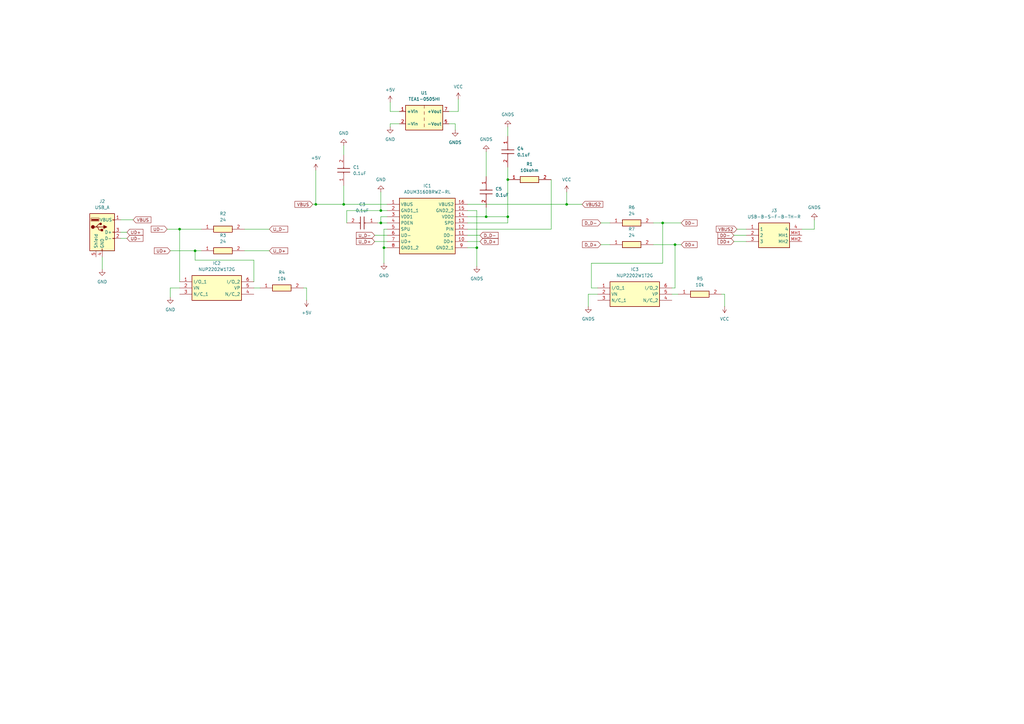
<source format=kicad_sch>
(kicad_sch
	(version 20250114)
	(generator "eeschema")
	(generator_version "9.0")
	(uuid "a5fc72eb-9052-4c6b-80e2-d57abe8caa69")
	(paper "A3")
	(lib_symbols
		(symbol "Connector:USB_A"
			(pin_names
				(offset 1.016)
			)
			(exclude_from_sim no)
			(in_bom yes)
			(on_board yes)
			(property "Reference" "J"
				(at -5.08 11.43 0)
				(effects
					(font
						(size 1.27 1.27)
					)
					(justify left)
				)
			)
			(property "Value" "USB_A"
				(at -5.08 8.89 0)
				(effects
					(font
						(size 1.27 1.27)
					)
					(justify left)
				)
			)
			(property "Footprint" ""
				(at 3.81 -1.27 0)
				(effects
					(font
						(size 1.27 1.27)
					)
					(hide yes)
				)
			)
			(property "Datasheet" "~"
				(at 3.81 -1.27 0)
				(effects
					(font
						(size 1.27 1.27)
					)
					(hide yes)
				)
			)
			(property "Description" "USB Type A connector"
				(at 0 0 0)
				(effects
					(font
						(size 1.27 1.27)
					)
					(hide yes)
				)
			)
			(property "ki_keywords" "connector USB"
				(at 0 0 0)
				(effects
					(font
						(size 1.27 1.27)
					)
					(hide yes)
				)
			)
			(property "ki_fp_filters" "USB*"
				(at 0 0 0)
				(effects
					(font
						(size 1.27 1.27)
					)
					(hide yes)
				)
			)
			(symbol "USB_A_0_1"
				(rectangle
					(start -5.08 -7.62)
					(end 5.08 7.62)
					(stroke
						(width 0.254)
						(type default)
					)
					(fill
						(type background)
					)
				)
				(circle
					(center -3.81 2.159)
					(radius 0.635)
					(stroke
						(width 0.254)
						(type default)
					)
					(fill
						(type outline)
					)
				)
				(polyline
					(pts
						(xy -3.175 2.159) (xy -2.54 2.159) (xy -1.27 3.429) (xy -0.635 3.429)
					)
					(stroke
						(width 0.254)
						(type default)
					)
					(fill
						(type none)
					)
				)
				(polyline
					(pts
						(xy -2.54 2.159) (xy -1.905 2.159) (xy -1.27 0.889) (xy 0 0.889)
					)
					(stroke
						(width 0.254)
						(type default)
					)
					(fill
						(type none)
					)
				)
				(rectangle
					(start -1.524 4.826)
					(end -4.318 5.334)
					(stroke
						(width 0)
						(type default)
					)
					(fill
						(type outline)
					)
				)
				(rectangle
					(start -1.27 4.572)
					(end -4.572 5.842)
					(stroke
						(width 0)
						(type default)
					)
					(fill
						(type none)
					)
				)
				(circle
					(center -0.635 3.429)
					(radius 0.381)
					(stroke
						(width 0.254)
						(type default)
					)
					(fill
						(type outline)
					)
				)
				(rectangle
					(start -0.127 -7.62)
					(end 0.127 -6.858)
					(stroke
						(width 0)
						(type default)
					)
					(fill
						(type none)
					)
				)
				(rectangle
					(start 0.254 1.27)
					(end -0.508 0.508)
					(stroke
						(width 0.254)
						(type default)
					)
					(fill
						(type outline)
					)
				)
				(polyline
					(pts
						(xy 0.635 2.794) (xy 0.635 1.524) (xy 1.905 2.159) (xy 0.635 2.794)
					)
					(stroke
						(width 0.254)
						(type default)
					)
					(fill
						(type outline)
					)
				)
				(rectangle
					(start 5.08 4.953)
					(end 4.318 5.207)
					(stroke
						(width 0)
						(type default)
					)
					(fill
						(type none)
					)
				)
				(rectangle
					(start 5.08 -0.127)
					(end 4.318 0.127)
					(stroke
						(width 0)
						(type default)
					)
					(fill
						(type none)
					)
				)
				(rectangle
					(start 5.08 -2.667)
					(end 4.318 -2.413)
					(stroke
						(width 0)
						(type default)
					)
					(fill
						(type none)
					)
				)
			)
			(symbol "USB_A_1_1"
				(polyline
					(pts
						(xy -1.905 2.159) (xy 0.635 2.159)
					)
					(stroke
						(width 0.254)
						(type default)
					)
					(fill
						(type none)
					)
				)
				(pin passive line
					(at -2.54 -10.16 90)
					(length 2.54)
					(name "Shield"
						(effects
							(font
								(size 1.27 1.27)
							)
						)
					)
					(number "5"
						(effects
							(font
								(size 1.27 1.27)
							)
						)
					)
				)
				(pin power_in line
					(at 0 -10.16 90)
					(length 2.54)
					(name "GND"
						(effects
							(font
								(size 1.27 1.27)
							)
						)
					)
					(number "4"
						(effects
							(font
								(size 1.27 1.27)
							)
						)
					)
				)
				(pin power_in line
					(at 7.62 5.08 180)
					(length 2.54)
					(name "VBUS"
						(effects
							(font
								(size 1.27 1.27)
							)
						)
					)
					(number "1"
						(effects
							(font
								(size 1.27 1.27)
							)
						)
					)
				)
				(pin bidirectional line
					(at 7.62 0 180)
					(length 2.54)
					(name "D+"
						(effects
							(font
								(size 1.27 1.27)
							)
						)
					)
					(number "3"
						(effects
							(font
								(size 1.27 1.27)
							)
						)
					)
				)
				(pin bidirectional line
					(at 7.62 -2.54 180)
					(length 2.54)
					(name "D-"
						(effects
							(font
								(size 1.27 1.27)
							)
						)
					)
					(number "2"
						(effects
							(font
								(size 1.27 1.27)
							)
						)
					)
				)
			)
			(embedded_fonts no)
		)
		(symbol "Converter_DCDC:TEA1-0505HI"
			(exclude_from_sim no)
			(in_bom yes)
			(on_board yes)
			(property "Reference" "U"
				(at -7.62 6.35 0)
				(effects
					(font
						(size 1.27 1.27)
					)
					(justify left)
				)
			)
			(property "Value" "TEA1-0505HI"
				(at -2.54 6.35 0)
				(effects
					(font
						(size 1.27 1.27)
					)
					(justify left)
				)
			)
			(property "Footprint" "Converter_DCDC:Converter_DCDC_TRACO_TEA1-xxxxHI_THT"
				(at 0 -8.89 0)
				(effects
					(font
						(size 1.27 1.27)
					)
					(hide yes)
				)
			)
			(property "Datasheet" "https://www.tracopower.com/products/tea1hi.pdf"
				(at 0 -6.35 0)
				(effects
					(font
						(size 1.27 1.27)
					)
					(hide yes)
				)
			)
			(property "Description" "1W DC/DC converter unregulated, 4.5-5.5V input, 5V output voltage, 200mA output, 4kVDC isolation, SIP-7"
				(at 0 0 0)
				(effects
					(font
						(size 1.27 1.27)
					)
					(hide yes)
				)
			)
			(property "ki_keywords" "Traco isolated isolation dc-dc converter not-regulated non-regulated single 1W"
				(at 0 0 0)
				(effects
					(font
						(size 1.27 1.27)
					)
					(hide yes)
				)
			)
			(property "ki_fp_filters" "Converter*DCDC*TRACO*TEA1*xxxxHI*THT*"
				(at 0 0 0)
				(effects
					(font
						(size 1.27 1.27)
					)
					(hide yes)
				)
			)
			(symbol "TEA1-0505HI_0_1"
				(rectangle
					(start -7.62 5.08)
					(end 7.62 -5.08)
					(stroke
						(width 0.254)
						(type default)
					)
					(fill
						(type background)
					)
				)
				(polyline
					(pts
						(xy 0 5.08) (xy 0 3.81)
					)
					(stroke
						(width 0)
						(type default)
					)
					(fill
						(type none)
					)
				)
				(polyline
					(pts
						(xy 0 2.54) (xy 0 1.27)
					)
					(stroke
						(width 0)
						(type default)
					)
					(fill
						(type none)
					)
				)
				(polyline
					(pts
						(xy 0 0) (xy 0 -1.27)
					)
					(stroke
						(width 0)
						(type default)
					)
					(fill
						(type none)
					)
				)
				(polyline
					(pts
						(xy 0 -2.54) (xy 0 -3.81)
					)
					(stroke
						(width 0)
						(type default)
					)
					(fill
						(type none)
					)
				)
			)
			(symbol "TEA1-0505HI_1_1"
				(pin power_in line
					(at -10.16 2.54 0)
					(length 2.54)
					(name "+Vin"
						(effects
							(font
								(size 1.27 1.27)
							)
						)
					)
					(number "1"
						(effects
							(font
								(size 1.27 1.27)
							)
						)
					)
				)
				(pin power_in line
					(at -10.16 -2.54 0)
					(length 2.54)
					(name "-Vin"
						(effects
							(font
								(size 1.27 1.27)
							)
						)
					)
					(number "2"
						(effects
							(font
								(size 1.27 1.27)
							)
						)
					)
				)
				(pin power_out line
					(at 10.16 2.54 180)
					(length 2.54)
					(name "+Vout"
						(effects
							(font
								(size 1.27 1.27)
							)
						)
					)
					(number "7"
						(effects
							(font
								(size 1.27 1.27)
							)
						)
					)
				)
				(pin power_out line
					(at 10.16 -2.54 180)
					(length 2.54)
					(name "-Vout"
						(effects
							(font
								(size 1.27 1.27)
							)
						)
					)
					(number "5"
						(effects
							(font
								(size 1.27 1.27)
							)
						)
					)
				)
			)
			(embedded_fonts no)
		)
		(symbol "SamacSys_Parts:ADUM3160BRWZ-RL"
			(exclude_from_sim no)
			(in_bom yes)
			(on_board yes)
			(property "Reference" "IC"
				(at 29.21 7.62 0)
				(effects
					(font
						(size 1.27 1.27)
					)
					(justify left top)
				)
			)
			(property "Value" "ADUM3160BRWZ-RL"
				(at 29.21 5.08 0)
				(effects
					(font
						(size 1.27 1.27)
					)
					(justify left top)
				)
			)
			(property "Footprint" "SOIC127P1032X265-16N"
				(at 29.21 -94.92 0)
				(effects
					(font
						(size 1.27 1.27)
					)
					(justify left top)
					(hide yes)
				)
			)
			(property "Datasheet" "http://www.analog.com/media/en/technical-documentation/data-sheets/ADuM3160.pdf"
				(at 29.21 -194.92 0)
				(effects
					(font
						(size 1.27 1.27)
					)
					(justify left top)
					(hide yes)
				)
			)
			(property "Description" "Digital Isolators Full/Low Spd USB 2.0 Digital"
				(at 0 0 0)
				(effects
					(font
						(size 1.27 1.27)
					)
					(hide yes)
				)
			)
			(property "Height" "2.65"
				(at 29.21 -394.92 0)
				(effects
					(font
						(size 1.27 1.27)
					)
					(justify left top)
					(hide yes)
				)
			)
			(property "Manufacturer_Name" "Analog Devices"
				(at 29.21 -494.92 0)
				(effects
					(font
						(size 1.27 1.27)
					)
					(justify left top)
					(hide yes)
				)
			)
			(property "Manufacturer_Part_Number" "ADUM3160BRWZ-RL"
				(at 29.21 -594.92 0)
				(effects
					(font
						(size 1.27 1.27)
					)
					(justify left top)
					(hide yes)
				)
			)
			(property "Mouser Part Number" "584-ADUM3160BRWZ-R"
				(at 29.21 -694.92 0)
				(effects
					(font
						(size 1.27 1.27)
					)
					(justify left top)
					(hide yes)
				)
			)
			(property "Mouser Price/Stock" "https://www.mouser.co.uk/ProductDetail/Analog-Devices/ADUM3160BRWZ-RL?qs=WIvQP4zGaniZo3xx1fxm1A%3D%3D"
				(at 29.21 -794.92 0)
				(effects
					(font
						(size 1.27 1.27)
					)
					(justify left top)
					(hide yes)
				)
			)
			(property "Arrow Part Number" "ADUM3160BRWZ-RL"
				(at 29.21 -894.92 0)
				(effects
					(font
						(size 1.27 1.27)
					)
					(justify left top)
					(hide yes)
				)
			)
			(property "Arrow Price/Stock" "https://www.arrow.com/en/products/adum3160brwz-rl/analog-devices?utm_currency=USD&region=nac"
				(at 29.21 -994.92 0)
				(effects
					(font
						(size 1.27 1.27)
					)
					(justify left top)
					(hide yes)
				)
			)
			(symbol "ADUM3160BRWZ-RL_1_1"
				(rectangle
					(start 5.08 2.54)
					(end 27.94 -20.32)
					(stroke
						(width 0.254)
						(type default)
					)
					(fill
						(type background)
					)
				)
				(pin passive line
					(at 0 0 0)
					(length 5.08)
					(name "VBUS"
						(effects
							(font
								(size 1.27 1.27)
							)
						)
					)
					(number "1"
						(effects
							(font
								(size 1.27 1.27)
							)
						)
					)
				)
				(pin passive line
					(at 0 -2.54 0)
					(length 5.08)
					(name "GND1_1"
						(effects
							(font
								(size 1.27 1.27)
							)
						)
					)
					(number "2"
						(effects
							(font
								(size 1.27 1.27)
							)
						)
					)
				)
				(pin passive line
					(at 0 -5.08 0)
					(length 5.08)
					(name "VDD1"
						(effects
							(font
								(size 1.27 1.27)
							)
						)
					)
					(number "3"
						(effects
							(font
								(size 1.27 1.27)
							)
						)
					)
				)
				(pin passive line
					(at 0 -7.62 0)
					(length 5.08)
					(name "PDEN"
						(effects
							(font
								(size 1.27 1.27)
							)
						)
					)
					(number "4"
						(effects
							(font
								(size 1.27 1.27)
							)
						)
					)
				)
				(pin passive line
					(at 0 -10.16 0)
					(length 5.08)
					(name "SPU"
						(effects
							(font
								(size 1.27 1.27)
							)
						)
					)
					(number "5"
						(effects
							(font
								(size 1.27 1.27)
							)
						)
					)
				)
				(pin passive line
					(at 0 -12.7 0)
					(length 5.08)
					(name "UD-"
						(effects
							(font
								(size 1.27 1.27)
							)
						)
					)
					(number "6"
						(effects
							(font
								(size 1.27 1.27)
							)
						)
					)
				)
				(pin passive line
					(at 0 -15.24 0)
					(length 5.08)
					(name "UD+"
						(effects
							(font
								(size 1.27 1.27)
							)
						)
					)
					(number "7"
						(effects
							(font
								(size 1.27 1.27)
							)
						)
					)
				)
				(pin passive line
					(at 0 -17.78 0)
					(length 5.08)
					(name "GND1_2"
						(effects
							(font
								(size 1.27 1.27)
							)
						)
					)
					(number "8"
						(effects
							(font
								(size 1.27 1.27)
							)
						)
					)
				)
				(pin passive line
					(at 33.02 0 180)
					(length 5.08)
					(name "VBUS2"
						(effects
							(font
								(size 1.27 1.27)
							)
						)
					)
					(number "16"
						(effects
							(font
								(size 1.27 1.27)
							)
						)
					)
				)
				(pin passive line
					(at 33.02 -2.54 180)
					(length 5.08)
					(name "GND2_2"
						(effects
							(font
								(size 1.27 1.27)
							)
						)
					)
					(number "15"
						(effects
							(font
								(size 1.27 1.27)
							)
						)
					)
				)
				(pin passive line
					(at 33.02 -5.08 180)
					(length 5.08)
					(name "VDD2"
						(effects
							(font
								(size 1.27 1.27)
							)
						)
					)
					(number "14"
						(effects
							(font
								(size 1.27 1.27)
							)
						)
					)
				)
				(pin passive line
					(at 33.02 -7.62 180)
					(length 5.08)
					(name "SPD"
						(effects
							(font
								(size 1.27 1.27)
							)
						)
					)
					(number "13"
						(effects
							(font
								(size 1.27 1.27)
							)
						)
					)
				)
				(pin passive line
					(at 33.02 -10.16 180)
					(length 5.08)
					(name "PIN"
						(effects
							(font
								(size 1.27 1.27)
							)
						)
					)
					(number "12"
						(effects
							(font
								(size 1.27 1.27)
							)
						)
					)
				)
				(pin passive line
					(at 33.02 -12.7 180)
					(length 5.08)
					(name "DD-"
						(effects
							(font
								(size 1.27 1.27)
							)
						)
					)
					(number "11"
						(effects
							(font
								(size 1.27 1.27)
							)
						)
					)
				)
				(pin passive line
					(at 33.02 -15.24 180)
					(length 5.08)
					(name "DD+"
						(effects
							(font
								(size 1.27 1.27)
							)
						)
					)
					(number "10"
						(effects
							(font
								(size 1.27 1.27)
							)
						)
					)
				)
				(pin passive line
					(at 33.02 -17.78 180)
					(length 5.08)
					(name "GND2_1"
						(effects
							(font
								(size 1.27 1.27)
							)
						)
					)
					(number "9"
						(effects
							(font
								(size 1.27 1.27)
							)
						)
					)
				)
			)
			(embedded_fonts no)
		)
		(symbol "SamacSys_Parts:C0805X104K8RACAUTO"
			(pin_names
				(hide yes)
			)
			(exclude_from_sim no)
			(in_bom yes)
			(on_board yes)
			(property "Reference" "C"
				(at 8.89 6.35 0)
				(effects
					(font
						(size 1.27 1.27)
					)
					(justify left top)
				)
			)
			(property "Value" "C0805X104K8RACAUTO"
				(at 8.89 3.81 0)
				(effects
					(font
						(size 1.27 1.27)
					)
					(justify left top)
				)
			)
			(property "Footprint" "C0805"
				(at 8.89 -96.19 0)
				(effects
					(font
						(size 1.27 1.27)
					)
					(justify left top)
					(hide yes)
				)
			)
			(property "Datasheet" "https://content.kemet.com/datasheets/KEM_C1078_X7R_FT-CAP_AUTO_SMD.pdf"
				(at 8.89 -196.19 0)
				(effects
					(font
						(size 1.27 1.27)
					)
					(justify left top)
					(hide yes)
				)
			)
			(property "Description" "SMD Auto X7R Flex, Ceramic, 0.1 uF, 10%, 10 VDC, 25 VDC, 125C, -55C, X7R, SMD, MLCC, FT-CAP, Automotive Grade, 5 % , 10 GOhms, 13 mg, 0805, 2mm, 1.25mm, 0.78mm, 0.75mm, 0.5mm, 4000, 78  Weeks, 80"
				(at 0 0 0)
				(effects
					(font
						(size 1.27 1.27)
					)
					(hide yes)
				)
			)
			(property "Height" "1.1"
				(at 8.89 -396.19 0)
				(effects
					(font
						(size 1.27 1.27)
					)
					(justify left top)
					(hide yes)
				)
			)
			(property "Manufacturer_Name" "KEMET"
				(at 8.89 -496.19 0)
				(effects
					(font
						(size 1.27 1.27)
					)
					(justify left top)
					(hide yes)
				)
			)
			(property "Manufacturer_Part_Number" "C0805X104K8RACAUTO"
				(at 8.89 -596.19 0)
				(effects
					(font
						(size 1.27 1.27)
					)
					(justify left top)
					(hide yes)
				)
			)
			(property "Mouser Part Number" "80-C0805X104K8RAUTO"
				(at 8.89 -696.19 0)
				(effects
					(font
						(size 1.27 1.27)
					)
					(justify left top)
					(hide yes)
				)
			)
			(property "Mouser Price/Stock" "https://www.mouser.co.uk/ProductDetail/KEMET/C0805X104K8RACAUTO?qs=PqoDHHvF64%2FtbYgt7ksdSA%3D%3D"
				(at 8.89 -796.19 0)
				(effects
					(font
						(size 1.27 1.27)
					)
					(justify left top)
					(hide yes)
				)
			)
			(property "Arrow Part Number" "C0805X104K8RACAUTO"
				(at 8.89 -896.19 0)
				(effects
					(font
						(size 1.27 1.27)
					)
					(justify left top)
					(hide yes)
				)
			)
			(property "Arrow Price/Stock" "https://www.arrow.com/en/products/c0805x104k8racauto/kemet-corporation?region=nac"
				(at 8.89 -996.19 0)
				(effects
					(font
						(size 1.27 1.27)
					)
					(justify left top)
					(hide yes)
				)
			)
			(symbol "C0805X104K8RACAUTO_1_1"
				(polyline
					(pts
						(xy 5.08 0) (xy 5.588 0)
					)
					(stroke
						(width 0.254)
						(type default)
					)
					(fill
						(type none)
					)
				)
				(polyline
					(pts
						(xy 5.588 2.54) (xy 5.588 -2.54)
					)
					(stroke
						(width 0.254)
						(type default)
					)
					(fill
						(type none)
					)
				)
				(polyline
					(pts
						(xy 7.112 2.54) (xy 7.112 -2.54)
					)
					(stroke
						(width 0.254)
						(type default)
					)
					(fill
						(type none)
					)
				)
				(polyline
					(pts
						(xy 7.112 0) (xy 7.62 0)
					)
					(stroke
						(width 0.254)
						(type default)
					)
					(fill
						(type none)
					)
				)
				(pin passive line
					(at 0 0 0)
					(length 5.08)
					(name "1"
						(effects
							(font
								(size 1.27 1.27)
							)
						)
					)
					(number "1"
						(effects
							(font
								(size 1.27 1.27)
							)
						)
					)
				)
				(pin passive line
					(at 12.7 0 180)
					(length 5.08)
					(name "2"
						(effects
							(font
								(size 1.27 1.27)
							)
						)
					)
					(number "2"
						(effects
							(font
								(size 1.27 1.27)
							)
						)
					)
				)
			)
			(embedded_fonts no)
		)
		(symbol "SamacSys_Parts:NUP2202W1T2G"
			(exclude_from_sim no)
			(in_bom yes)
			(on_board yes)
			(property "Reference" "IC"
				(at 26.67 7.62 0)
				(effects
					(font
						(size 1.27 1.27)
					)
					(justify left top)
				)
			)
			(property "Value" "NUP2202W1T2G"
				(at 26.67 5.08 0)
				(effects
					(font
						(size 1.27 1.27)
					)
					(justify left top)
				)
			)
			(property "Footprint" "SOT65P210X110-6N"
				(at 26.67 -94.92 0)
				(effects
					(font
						(size 1.27 1.27)
					)
					(justify left top)
					(hide yes)
				)
			)
			(property "Datasheet" "https://www.onsemi.com/pub/Collateral/NUP2202W1-D.PDF"
				(at 26.67 -194.92 0)
				(effects
					(font
						(size 1.27 1.27)
					)
					(justify left top)
					(hide yes)
				)
			)
			(property "Description" "Low Capacitance (3 pF Maximum Between I/O Lines); ESD Rating of Class 3B (Exceeding 8 kV) per Human Body Model and Class C (Exceeding 400 V) per Machine Model; Protection for the Following IEC Standards:IEC 6100042 (ESD) 15 kV (air) 8 kV (contact)IEC 6100044 (EFT) 40 A (5/50 ns)IEC 6100045 (Lightning) 23 A (8/20 s); UL Flammability Rating of 94 V-0; This is a Pb-Free Device"
				(at 0 0 0)
				(effects
					(font
						(size 1.27 1.27)
					)
					(hide yes)
				)
			)
			(property "Height" "1.1"
				(at 26.67 -394.92 0)
				(effects
					(font
						(size 1.27 1.27)
					)
					(justify left top)
					(hide yes)
				)
			)
			(property "Manufacturer_Name" "onsemi"
				(at 26.67 -494.92 0)
				(effects
					(font
						(size 1.27 1.27)
					)
					(justify left top)
					(hide yes)
				)
			)
			(property "Manufacturer_Part_Number" "NUP2202W1T2G"
				(at 26.67 -594.92 0)
				(effects
					(font
						(size 1.27 1.27)
					)
					(justify left top)
					(hide yes)
				)
			)
			(property "Mouser Part Number" "863-NUP2202W1T2G"
				(at 26.67 -694.92 0)
				(effects
					(font
						(size 1.27 1.27)
					)
					(justify left top)
					(hide yes)
				)
			)
			(property "Mouser Price/Stock" "https://www.mouser.co.uk/ProductDetail/onsemi/NUP2202W1T2G?qs=OSf9jACorvbKGbImfLF4YQ%3D%3D"
				(at 26.67 -794.92 0)
				(effects
					(font
						(size 1.27 1.27)
					)
					(justify left top)
					(hide yes)
				)
			)
			(property "Arrow Part Number" "NUP2202W1T2G"
				(at 26.67 -894.92 0)
				(effects
					(font
						(size 1.27 1.27)
					)
					(justify left top)
					(hide yes)
				)
			)
			(property "Arrow Price/Stock" "https://www.arrow.com/en/products/nup2202w1t2g/on-semiconductor?region=nac"
				(at 26.67 -994.92 0)
				(effects
					(font
						(size 1.27 1.27)
					)
					(justify left top)
					(hide yes)
				)
			)
			(symbol "NUP2202W1T2G_1_1"
				(rectangle
					(start 5.08 2.54)
					(end 25.4 -7.62)
					(stroke
						(width 0.254)
						(type default)
					)
					(fill
						(type background)
					)
				)
				(pin passive line
					(at 0 0 0)
					(length 5.08)
					(name "I/O_1"
						(effects
							(font
								(size 1.27 1.27)
							)
						)
					)
					(number "1"
						(effects
							(font
								(size 1.27 1.27)
							)
						)
					)
				)
				(pin passive line
					(at 0 -2.54 0)
					(length 5.08)
					(name "VN"
						(effects
							(font
								(size 1.27 1.27)
							)
						)
					)
					(number "2"
						(effects
							(font
								(size 1.27 1.27)
							)
						)
					)
				)
				(pin passive line
					(at 0 -5.08 0)
					(length 5.08)
					(name "N/C_1"
						(effects
							(font
								(size 1.27 1.27)
							)
						)
					)
					(number "3"
						(effects
							(font
								(size 1.27 1.27)
							)
						)
					)
				)
				(pin passive line
					(at 30.48 0 180)
					(length 5.08)
					(name "I/O_2"
						(effects
							(font
								(size 1.27 1.27)
							)
						)
					)
					(number "6"
						(effects
							(font
								(size 1.27 1.27)
							)
						)
					)
				)
				(pin passive line
					(at 30.48 -2.54 180)
					(length 5.08)
					(name "VP"
						(effects
							(font
								(size 1.27 1.27)
							)
						)
					)
					(number "5"
						(effects
							(font
								(size 1.27 1.27)
							)
						)
					)
				)
				(pin passive line
					(at 30.48 -5.08 180)
					(length 5.08)
					(name "N/C_2"
						(effects
							(font
								(size 1.27 1.27)
							)
						)
					)
					(number "4"
						(effects
							(font
								(size 1.27 1.27)
							)
						)
					)
				)
			)
			(embedded_fonts no)
		)
		(symbol "SamacSys_Parts:RT0805FRE0724RL"
			(pin_names
				(hide yes)
			)
			(exclude_from_sim no)
			(in_bom yes)
			(on_board yes)
			(property "Reference" "R"
				(at 13.97 6.35 0)
				(effects
					(font
						(size 1.27 1.27)
					)
					(justify left top)
				)
			)
			(property "Value" "RT0805FRE0724RL"
				(at 13.97 3.81 0)
				(effects
					(font
						(size 1.27 1.27)
					)
					(justify left top)
				)
			)
			(property "Footprint" "RESC2012X60N"
				(at 13.97 -96.19 0)
				(effects
					(font
						(size 1.27 1.27)
					)
					(justify left top)
					(hide yes)
				)
			)
			(property "Datasheet" "https://www.mouser.do/datasheet/2/447/PYu_RT_1_to_0_01_RoHS_L_15-3461507.pdfhttps://www.mouser.do/datasheet/2/447/PYu_RT_1_to_0_01_RoHS_L_15-3461507.pdf"
				(at 13.97 -196.19 0)
				(effects
					(font
						(size 1.27 1.27)
					)
					(justify left top)
					(hide yes)
				)
			)
			(property "Description" "Thin Film Resistors - SMD 24    OHM   1%  50PPM   1/8W"
				(at 0 0 0)
				(effects
					(font
						(size 1.27 1.27)
					)
					(hide yes)
				)
			)
			(property "Height" "0.6"
				(at 13.97 -396.19 0)
				(effects
					(font
						(size 1.27 1.27)
					)
					(justify left top)
					(hide yes)
				)
			)
			(property "Manufacturer_Name" "YAGEO"
				(at 13.97 -496.19 0)
				(effects
					(font
						(size 1.27 1.27)
					)
					(justify left top)
					(hide yes)
				)
			)
			(property "Manufacturer_Part_Number" "RT0805FRE0724RL"
				(at 13.97 -596.19 0)
				(effects
					(font
						(size 1.27 1.27)
					)
					(justify left top)
					(hide yes)
				)
			)
			(property "Mouser Part Number" ""
				(at 13.97 -696.19 0)
				(effects
					(font
						(size 1.27 1.27)
					)
					(justify left top)
					(hide yes)
				)
			)
			(property "Mouser Price/Stock" ""
				(at 13.97 -796.19 0)
				(effects
					(font
						(size 1.27 1.27)
					)
					(justify left top)
					(hide yes)
				)
			)
			(property "Arrow Part Number" ""
				(at 13.97 -896.19 0)
				(effects
					(font
						(size 1.27 1.27)
					)
					(justify left top)
					(hide yes)
				)
			)
			(property "Arrow Price/Stock" ""
				(at 13.97 -996.19 0)
				(effects
					(font
						(size 1.27 1.27)
					)
					(justify left top)
					(hide yes)
				)
			)
			(symbol "RT0805FRE0724RL_1_1"
				(rectangle
					(start 5.08 1.27)
					(end 12.7 -1.27)
					(stroke
						(width 0.254)
						(type default)
					)
					(fill
						(type background)
					)
				)
				(pin passive line
					(at 0 0 0)
					(length 5.08)
					(name "1"
						(effects
							(font
								(size 1.27 1.27)
							)
						)
					)
					(number "1"
						(effects
							(font
								(size 1.27 1.27)
							)
						)
					)
				)
				(pin passive line
					(at 17.78 0 180)
					(length 5.08)
					(name "2"
						(effects
							(font
								(size 1.27 1.27)
							)
						)
					)
					(number "2"
						(effects
							(font
								(size 1.27 1.27)
							)
						)
					)
				)
			)
			(embedded_fonts no)
		)
		(symbol "SamacSys_Parts:TNPW080510K0FEEA"
			(pin_names
				(hide yes)
			)
			(exclude_from_sim no)
			(in_bom yes)
			(on_board yes)
			(property "Reference" "R"
				(at 13.97 6.35 0)
				(effects
					(font
						(size 1.27 1.27)
					)
					(justify left top)
				)
			)
			(property "Value" "TNPW080510K0FEEA"
				(at 13.97 3.81 0)
				(effects
					(font
						(size 1.27 1.27)
					)
					(justify left top)
				)
			)
			(property "Footprint" "RESC2012X55N"
				(at 13.97 -96.19 0)
				(effects
					(font
						(size 1.27 1.27)
					)
					(justify left top)
					(hide yes)
				)
			)
			(property "Datasheet" "http://uk.rs-online.com/web/p/products/8488770"
				(at 13.97 -196.19 0)
				(effects
					(font
						(size 1.27 1.27)
					)
					(justify left top)
					(hide yes)
				)
			)
			(property "Description" "Vishay 10k, 0805 (2012M) Thin Film SMD Resistor +/-1% 0.125W - TNPW080510K0FEEA"
				(at 0 0 0)
				(effects
					(font
						(size 1.27 1.27)
					)
					(hide yes)
				)
			)
			(property "Height" "0.55"
				(at 13.97 -396.19 0)
				(effects
					(font
						(size 1.27 1.27)
					)
					(justify left top)
					(hide yes)
				)
			)
			(property "Manufacturer_Name" "Vishay"
				(at 13.97 -496.19 0)
				(effects
					(font
						(size 1.27 1.27)
					)
					(justify left top)
					(hide yes)
				)
			)
			(property "Manufacturer_Part_Number" "TNPW080510K0FEEA"
				(at 13.97 -596.19 0)
				(effects
					(font
						(size 1.27 1.27)
					)
					(justify left top)
					(hide yes)
				)
			)
			(property "Mouser Part Number" "71-TNPW080510K0FEEA"
				(at 13.97 -696.19 0)
				(effects
					(font
						(size 1.27 1.27)
					)
					(justify left top)
					(hide yes)
				)
			)
			(property "Mouser Price/Stock" "https://www.mouser.co.uk/ProductDetail/Vishay-Dale/TNPW080510K0FEEA?qs=bj9urr5MP%2FLCnWiAV%252BHjtg%3D%3D"
				(at 13.97 -796.19 0)
				(effects
					(font
						(size 1.27 1.27)
					)
					(justify left top)
					(hide yes)
				)
			)
			(property "Arrow Part Number" ""
				(at 13.97 -896.19 0)
				(effects
					(font
						(size 1.27 1.27)
					)
					(justify left top)
					(hide yes)
				)
			)
			(property "Arrow Price/Stock" ""
				(at 13.97 -996.19 0)
				(effects
					(font
						(size 1.27 1.27)
					)
					(justify left top)
					(hide yes)
				)
			)
			(symbol "TNPW080510K0FEEA_1_1"
				(rectangle
					(start 5.08 1.27)
					(end 12.7 -1.27)
					(stroke
						(width 0.254)
						(type default)
					)
					(fill
						(type background)
					)
				)
				(pin passive line
					(at 0 0 0)
					(length 5.08)
					(name "1"
						(effects
							(font
								(size 1.27 1.27)
							)
						)
					)
					(number "1"
						(effects
							(font
								(size 1.27 1.27)
							)
						)
					)
				)
				(pin passive line
					(at 17.78 0 180)
					(length 5.08)
					(name "2"
						(effects
							(font
								(size 1.27 1.27)
							)
						)
					)
					(number "2"
						(effects
							(font
								(size 1.27 1.27)
							)
						)
					)
				)
			)
			(embedded_fonts no)
		)
		(symbol "SamacSys_Parts:USB-B-S-F-B-TH-R"
			(exclude_from_sim no)
			(in_bom yes)
			(on_board yes)
			(property "Reference" "J"
				(at 19.05 7.62 0)
				(effects
					(font
						(size 1.27 1.27)
					)
					(justify left top)
				)
			)
			(property "Value" "USB-B-S-F-B-TH-R"
				(at 19.05 5.08 0)
				(effects
					(font
						(size 1.27 1.27)
					)
					(justify left top)
				)
			)
			(property "Footprint" "USBBSFBTHR"
				(at 19.05 -94.92 0)
				(effects
					(font
						(size 1.27 1.27)
					)
					(justify left top)
					(hide yes)
				)
			)
			(property "Datasheet" "http://suddendocs.samtec.com/prints/usb-b-s-x-x-th-x-xx-mkt.pdf"
				(at 19.05 -194.92 0)
				(effects
					(font
						(size 1.27 1.27)
					)
					(justify left top)
					(hide yes)
				)
			)
			(property "Description" "USB TYPE B 2.0 BLACK T/H"
				(at 0 0 0)
				(effects
					(font
						(size 1.27 1.27)
					)
					(hide yes)
				)
			)
			(property "Height" "10.95"
				(at 19.05 -394.92 0)
				(effects
					(font
						(size 1.27 1.27)
					)
					(justify left top)
					(hide yes)
				)
			)
			(property "Manufacturer_Name" "SAMTEC"
				(at 19.05 -494.92 0)
				(effects
					(font
						(size 1.27 1.27)
					)
					(justify left top)
					(hide yes)
				)
			)
			(property "Manufacturer_Part_Number" "USB-B-S-F-B-TH-R"
				(at 19.05 -594.92 0)
				(effects
					(font
						(size 1.27 1.27)
					)
					(justify left top)
					(hide yes)
				)
			)
			(property "Mouser Part Number" "200-USBBSFBTHR"
				(at 19.05 -694.92 0)
				(effects
					(font
						(size 1.27 1.27)
					)
					(justify left top)
					(hide yes)
				)
			)
			(property "Mouser Price/Stock" "https://www.mouser.co.uk/ProductDetail/Samtec/USB-B-S-F-B-TH-R?qs=Cqqh%252BS766wljaK51DjBy2Q%3D%3D"
				(at 19.05 -794.92 0)
				(effects
					(font
						(size 1.27 1.27)
					)
					(justify left top)
					(hide yes)
				)
			)
			(property "Arrow Part Number" "USB-B-S-F-B-TH-R"
				(at 19.05 -894.92 0)
				(effects
					(font
						(size 1.27 1.27)
					)
					(justify left top)
					(hide yes)
				)
			)
			(property "Arrow Price/Stock" "https://www.arrow.com/en/products/usb-b-s-f-b-th-r/samtec?utm_currency=USD&region=nac"
				(at 19.05 -994.92 0)
				(effects
					(font
						(size 1.27 1.27)
					)
					(justify left top)
					(hide yes)
				)
			)
			(symbol "USB-B-S-F-B-TH-R_1_1"
				(rectangle
					(start 5.08 2.54)
					(end 17.78 -7.62)
					(stroke
						(width 0.254)
						(type default)
					)
					(fill
						(type background)
					)
				)
				(pin passive line
					(at 0 0 0)
					(length 5.08)
					(name "1"
						(effects
							(font
								(size 1.27 1.27)
							)
						)
					)
					(number "1"
						(effects
							(font
								(size 1.27 1.27)
							)
						)
					)
				)
				(pin passive line
					(at 0 -2.54 0)
					(length 5.08)
					(name "2"
						(effects
							(font
								(size 1.27 1.27)
							)
						)
					)
					(number "2"
						(effects
							(font
								(size 1.27 1.27)
							)
						)
					)
				)
				(pin passive line
					(at 0 -5.08 0)
					(length 5.08)
					(name "3"
						(effects
							(font
								(size 1.27 1.27)
							)
						)
					)
					(number "3"
						(effects
							(font
								(size 1.27 1.27)
							)
						)
					)
				)
				(pin passive line
					(at 22.86 0 180)
					(length 5.08)
					(name "4"
						(effects
							(font
								(size 1.27 1.27)
							)
						)
					)
					(number "4"
						(effects
							(font
								(size 1.27 1.27)
							)
						)
					)
				)
				(pin passive line
					(at 22.86 -2.54 180)
					(length 5.08)
					(name "MH1"
						(effects
							(font
								(size 1.27 1.27)
							)
						)
					)
					(number "MH1"
						(effects
							(font
								(size 1.27 1.27)
							)
						)
					)
				)
				(pin passive line
					(at 22.86 -5.08 180)
					(length 5.08)
					(name "MH2"
						(effects
							(font
								(size 1.27 1.27)
							)
						)
					)
					(number "MH2"
						(effects
							(font
								(size 1.27 1.27)
							)
						)
					)
				)
			)
			(embedded_fonts no)
		)
		(symbol "power:+5V"
			(power)
			(pin_numbers
				(hide yes)
			)
			(pin_names
				(offset 0)
				(hide yes)
			)
			(exclude_from_sim no)
			(in_bom yes)
			(on_board yes)
			(property "Reference" "#PWR"
				(at 0 -3.81 0)
				(effects
					(font
						(size 1.27 1.27)
					)
					(hide yes)
				)
			)
			(property "Value" "+5V"
				(at 0 3.556 0)
				(effects
					(font
						(size 1.27 1.27)
					)
				)
			)
			(property "Footprint" ""
				(at 0 0 0)
				(effects
					(font
						(size 1.27 1.27)
					)
					(hide yes)
				)
			)
			(property "Datasheet" ""
				(at 0 0 0)
				(effects
					(font
						(size 1.27 1.27)
					)
					(hide yes)
				)
			)
			(property "Description" "Power symbol creates a global label with name \"+5V\""
				(at 0 0 0)
				(effects
					(font
						(size 1.27 1.27)
					)
					(hide yes)
				)
			)
			(property "ki_keywords" "global power"
				(at 0 0 0)
				(effects
					(font
						(size 1.27 1.27)
					)
					(hide yes)
				)
			)
			(symbol "+5V_0_1"
				(polyline
					(pts
						(xy -0.762 1.27) (xy 0 2.54)
					)
					(stroke
						(width 0)
						(type default)
					)
					(fill
						(type none)
					)
				)
				(polyline
					(pts
						(xy 0 2.54) (xy 0.762 1.27)
					)
					(stroke
						(width 0)
						(type default)
					)
					(fill
						(type none)
					)
				)
				(polyline
					(pts
						(xy 0 0) (xy 0 2.54)
					)
					(stroke
						(width 0)
						(type default)
					)
					(fill
						(type none)
					)
				)
			)
			(symbol "+5V_1_1"
				(pin power_in line
					(at 0 0 90)
					(length 0)
					(name "~"
						(effects
							(font
								(size 1.27 1.27)
							)
						)
					)
					(number "1"
						(effects
							(font
								(size 1.27 1.27)
							)
						)
					)
				)
			)
			(embedded_fonts no)
		)
		(symbol "power:GND"
			(power)
			(pin_numbers
				(hide yes)
			)
			(pin_names
				(offset 0)
				(hide yes)
			)
			(exclude_from_sim no)
			(in_bom yes)
			(on_board yes)
			(property "Reference" "#PWR"
				(at 0 -6.35 0)
				(effects
					(font
						(size 1.27 1.27)
					)
					(hide yes)
				)
			)
			(property "Value" "GND"
				(at 0 -3.81 0)
				(effects
					(font
						(size 1.27 1.27)
					)
				)
			)
			(property "Footprint" ""
				(at 0 0 0)
				(effects
					(font
						(size 1.27 1.27)
					)
					(hide yes)
				)
			)
			(property "Datasheet" ""
				(at 0 0 0)
				(effects
					(font
						(size 1.27 1.27)
					)
					(hide yes)
				)
			)
			(property "Description" "Power symbol creates a global label with name \"GND\" , ground"
				(at 0 0 0)
				(effects
					(font
						(size 1.27 1.27)
					)
					(hide yes)
				)
			)
			(property "ki_keywords" "global power"
				(at 0 0 0)
				(effects
					(font
						(size 1.27 1.27)
					)
					(hide yes)
				)
			)
			(symbol "GND_0_1"
				(polyline
					(pts
						(xy 0 0) (xy 0 -1.27) (xy 1.27 -1.27) (xy 0 -2.54) (xy -1.27 -1.27) (xy 0 -1.27)
					)
					(stroke
						(width 0)
						(type default)
					)
					(fill
						(type none)
					)
				)
			)
			(symbol "GND_1_1"
				(pin power_in line
					(at 0 0 270)
					(length 0)
					(name "~"
						(effects
							(font
								(size 1.27 1.27)
							)
						)
					)
					(number "1"
						(effects
							(font
								(size 1.27 1.27)
							)
						)
					)
				)
			)
			(embedded_fonts no)
		)
		(symbol "power:GNDS"
			(power)
			(pin_numbers
				(hide yes)
			)
			(pin_names
				(offset 0)
				(hide yes)
			)
			(exclude_from_sim no)
			(in_bom yes)
			(on_board yes)
			(property "Reference" "#PWR"
				(at 0 -6.35 0)
				(effects
					(font
						(size 1.27 1.27)
					)
					(hide yes)
				)
			)
			(property "Value" "GNDS"
				(at 0 -3.81 0)
				(effects
					(font
						(size 1.27 1.27)
					)
				)
			)
			(property "Footprint" ""
				(at 0 0 0)
				(effects
					(font
						(size 1.27 1.27)
					)
					(hide yes)
				)
			)
			(property "Datasheet" ""
				(at 0 0 0)
				(effects
					(font
						(size 1.27 1.27)
					)
					(hide yes)
				)
			)
			(property "Description" "Power symbol creates a global label with name \"GNDS\" , signal ground"
				(at 0 0 0)
				(effects
					(font
						(size 1.27 1.27)
					)
					(hide yes)
				)
			)
			(property "ki_keywords" "global power"
				(at 0 0 0)
				(effects
					(font
						(size 1.27 1.27)
					)
					(hide yes)
				)
			)
			(symbol "GNDS_0_1"
				(polyline
					(pts
						(xy 0 0) (xy 0 -1.27) (xy 1.27 -1.27) (xy 0 -2.54) (xy -1.27 -1.27) (xy 0 -1.27)
					)
					(stroke
						(width 0)
						(type default)
					)
					(fill
						(type none)
					)
				)
			)
			(symbol "GNDS_1_1"
				(pin power_in line
					(at 0 0 270)
					(length 0)
					(name "~"
						(effects
							(font
								(size 1.27 1.27)
							)
						)
					)
					(number "1"
						(effects
							(font
								(size 1.27 1.27)
							)
						)
					)
				)
			)
			(embedded_fonts no)
		)
		(symbol "power:VCC"
			(power)
			(pin_numbers
				(hide yes)
			)
			(pin_names
				(offset 0)
				(hide yes)
			)
			(exclude_from_sim no)
			(in_bom yes)
			(on_board yes)
			(property "Reference" "#PWR"
				(at 0 -3.81 0)
				(effects
					(font
						(size 1.27 1.27)
					)
					(hide yes)
				)
			)
			(property "Value" "VCC"
				(at 0 3.556 0)
				(effects
					(font
						(size 1.27 1.27)
					)
				)
			)
			(property "Footprint" ""
				(at 0 0 0)
				(effects
					(font
						(size 1.27 1.27)
					)
					(hide yes)
				)
			)
			(property "Datasheet" ""
				(at 0 0 0)
				(effects
					(font
						(size 1.27 1.27)
					)
					(hide yes)
				)
			)
			(property "Description" "Power symbol creates a global label with name \"VCC\""
				(at 0 0 0)
				(effects
					(font
						(size 1.27 1.27)
					)
					(hide yes)
				)
			)
			(property "ki_keywords" "global power"
				(at 0 0 0)
				(effects
					(font
						(size 1.27 1.27)
					)
					(hide yes)
				)
			)
			(symbol "VCC_0_1"
				(polyline
					(pts
						(xy -0.762 1.27) (xy 0 2.54)
					)
					(stroke
						(width 0)
						(type default)
					)
					(fill
						(type none)
					)
				)
				(polyline
					(pts
						(xy 0 2.54) (xy 0.762 1.27)
					)
					(stroke
						(width 0)
						(type default)
					)
					(fill
						(type none)
					)
				)
				(polyline
					(pts
						(xy 0 0) (xy 0 2.54)
					)
					(stroke
						(width 0)
						(type default)
					)
					(fill
						(type none)
					)
				)
			)
			(symbol "VCC_1_1"
				(pin power_in line
					(at 0 0 90)
					(length 0)
					(name "~"
						(effects
							(font
								(size 1.27 1.27)
							)
						)
					)
					(number "1"
						(effects
							(font
								(size 1.27 1.27)
							)
						)
					)
				)
			)
			(embedded_fonts no)
		)
	)
	(junction
		(at 156.21 91.44)
		(diameter 0)
		(color 0 0 0 0)
		(uuid "230701e4-ebc7-4e8f-b7bb-96c53ccfc3cf")
	)
	(junction
		(at 80.01 102.87)
		(diameter 0)
		(color 0 0 0 0)
		(uuid "39911498-4e43-4708-9b93-2cd31f08537e")
	)
	(junction
		(at 140.97 83.82)
		(diameter 0)
		(color 0 0 0 0)
		(uuid "4117e19d-3404-4527-b21a-08d63c57f490")
	)
	(junction
		(at 129.54 83.82)
		(diameter 0)
		(color 0 0 0 0)
		(uuid "5c927839-c497-461e-a611-d2a10e725fb1")
	)
	(junction
		(at 73.66 93.98)
		(diameter 0)
		(color 0 0 0 0)
		(uuid "70b7ee04-ab33-499d-bc2b-b85c9ba4c5be")
	)
	(junction
		(at 156.21 86.36)
		(diameter 0)
		(color 0 0 0 0)
		(uuid "718d9118-9be6-458e-a5ab-4098f10056f6")
	)
	(junction
		(at 232.41 83.82)
		(diameter 0)
		(color 0 0 0 0)
		(uuid "8d406ff7-8939-46f3-9be8-bea30e95753a")
	)
	(junction
		(at 208.28 88.9)
		(diameter 0)
		(color 0 0 0 0)
		(uuid "976dac33-a0c6-494a-96d0-4d833eb60160")
	)
	(junction
		(at 271.78 91.44)
		(diameter 0)
		(color 0 0 0 0)
		(uuid "9a137398-dd8f-4fdd-9202-29bb3fc4c550")
	)
	(junction
		(at 195.58 101.6)
		(diameter 0)
		(color 0 0 0 0)
		(uuid "c08ef348-0203-4672-b5b8-1d81c2e73236")
	)
	(junction
		(at 199.39 88.9)
		(diameter 0)
		(color 0 0 0 0)
		(uuid "c31ace3d-770a-470c-a445-32d02110eef2")
	)
	(junction
		(at 157.48 101.6)
		(diameter 0)
		(color 0 0 0 0)
		(uuid "eed73cec-bd8a-46fe-94e5-16aaf43a1492")
	)
	(junction
		(at 208.28 73.66)
		(diameter 0)
		(color 0 0 0 0)
		(uuid "fb4a4a66-dac7-4695-b6bb-6beb2496c443")
	)
	(junction
		(at 276.86 100.33)
		(diameter 0)
		(color 0 0 0 0)
		(uuid "fd340170-7ef8-453f-9777-dea49dde9ed6")
	)
	(wire
		(pts
			(xy 246.38 100.33) (xy 250.19 100.33)
		)
		(stroke
			(width 0)
			(type default)
		)
		(uuid "04a04e56-772e-4ec7-9404-b42c018f324d")
	)
	(wire
		(pts
			(xy 267.97 100.33) (xy 276.86 100.33)
		)
		(stroke
			(width 0)
			(type default)
		)
		(uuid "060a71a3-010e-4f2b-bc30-81eae755947c")
	)
	(wire
		(pts
			(xy 208.28 73.66) (xy 208.28 88.9)
		)
		(stroke
			(width 0)
			(type default)
		)
		(uuid "0765218e-f42e-472d-a805-86b042e775c0")
	)
	(wire
		(pts
			(xy 187.96 40.64) (xy 187.96 45.72)
		)
		(stroke
			(width 0)
			(type default)
		)
		(uuid "08adeca5-57b5-4b94-b84f-4d843043fd72")
	)
	(wire
		(pts
			(xy 242.57 118.11) (xy 242.57 107.95)
		)
		(stroke
			(width 0)
			(type default)
		)
		(uuid "0b47534e-1fa3-48a9-9562-daf7bb08d593")
	)
	(wire
		(pts
			(xy 49.53 95.25) (xy 52.07 95.25)
		)
		(stroke
			(width 0)
			(type default)
		)
		(uuid "0d11f2b9-4d08-4304-9614-bd09a0f4c170")
	)
	(wire
		(pts
			(xy 104.14 115.57) (xy 104.14 106.68)
		)
		(stroke
			(width 0)
			(type default)
		)
		(uuid "0e357f86-1cf8-47d2-b3e9-d49a5ff44f97")
	)
	(wire
		(pts
			(xy 267.97 91.44) (xy 271.78 91.44)
		)
		(stroke
			(width 0)
			(type default)
		)
		(uuid "1044f798-67c5-4c79-ac03-ebbbd7e5f81a")
	)
	(wire
		(pts
			(xy 160.02 41.91) (xy 160.02 45.72)
		)
		(stroke
			(width 0)
			(type default)
		)
		(uuid "11355e42-b856-4930-8614-0ac8f58689b0")
	)
	(wire
		(pts
			(xy 191.77 96.52) (xy 196.85 96.52)
		)
		(stroke
			(width 0)
			(type default)
		)
		(uuid "1162969d-ea20-4c92-b2e1-e6297c8bce96")
	)
	(wire
		(pts
			(xy 100.33 102.87) (xy 110.49 102.87)
		)
		(stroke
			(width 0)
			(type default)
		)
		(uuid "1401c170-0d83-4ee5-8012-9f57322d7ec4")
	)
	(wire
		(pts
			(xy 158.75 93.98) (xy 157.48 93.98)
		)
		(stroke
			(width 0)
			(type default)
		)
		(uuid "15fe20f4-7ebe-40a9-89de-7a18ce864eeb")
	)
	(wire
		(pts
			(xy 73.66 93.98) (xy 73.66 115.57)
		)
		(stroke
			(width 0)
			(type default)
		)
		(uuid "18da3c3c-0124-4b20-94ef-6550957d131c")
	)
	(wire
		(pts
			(xy 158.75 88.9) (xy 156.21 88.9)
		)
		(stroke
			(width 0)
			(type default)
		)
		(uuid "19331f16-f6c3-476a-89cc-0af91019f0f4")
	)
	(wire
		(pts
			(xy 271.78 107.95) (xy 271.78 91.44)
		)
		(stroke
			(width 0)
			(type default)
		)
		(uuid "2578f63f-a54e-45e9-ba51-ccf16300fa40")
	)
	(wire
		(pts
			(xy 160.02 45.72) (xy 163.83 45.72)
		)
		(stroke
			(width 0)
			(type default)
		)
		(uuid "3102c59f-4e41-4068-b123-29ab2dc8ba7c")
	)
	(wire
		(pts
			(xy 208.28 68.58) (xy 208.28 73.66)
		)
		(stroke
			(width 0)
			(type default)
		)
		(uuid "3398ab80-c191-4d38-a72d-73928179a2eb")
	)
	(wire
		(pts
			(xy 49.53 90.17) (xy 54.61 90.17)
		)
		(stroke
			(width 0)
			(type default)
		)
		(uuid "355f849e-4054-46fc-a92c-c093f4bca079")
	)
	(wire
		(pts
			(xy 195.58 101.6) (xy 195.58 109.22)
		)
		(stroke
			(width 0)
			(type default)
		)
		(uuid "39abf1fc-2010-4657-af4a-353b7621f0df")
	)
	(wire
		(pts
			(xy 129.54 83.82) (xy 140.97 83.82)
		)
		(stroke
			(width 0)
			(type default)
		)
		(uuid "3b78427a-c0a2-445e-a024-9b277de088ab")
	)
	(wire
		(pts
			(xy 195.58 86.36) (xy 191.77 86.36)
		)
		(stroke
			(width 0)
			(type default)
		)
		(uuid "3cf0d5aa-84c8-40d9-a2bd-a0b74fd9958c")
	)
	(wire
		(pts
			(xy 69.85 121.92) (xy 69.85 118.11)
		)
		(stroke
			(width 0)
			(type default)
		)
		(uuid "409e7b47-9f16-4066-a6f0-0a3eff756c74")
	)
	(wire
		(pts
			(xy 140.97 63.5) (xy 140.97 59.69)
		)
		(stroke
			(width 0)
			(type default)
		)
		(uuid "4633cbe7-4405-4b82-91ef-de74a66c6156")
	)
	(wire
		(pts
			(xy 295.91 120.65) (xy 297.18 120.65)
		)
		(stroke
			(width 0)
			(type default)
		)
		(uuid "4911bae0-ca00-497e-8cec-10ec6b19c084")
	)
	(wire
		(pts
			(xy 73.66 93.98) (xy 82.55 93.98)
		)
		(stroke
			(width 0)
			(type default)
		)
		(uuid "4be90d69-e132-4db9-98c6-0f7dc8a5dd4a")
	)
	(wire
		(pts
			(xy 191.77 93.98) (xy 226.06 93.98)
		)
		(stroke
			(width 0)
			(type default)
		)
		(uuid "4fe2432d-b6a7-495e-bf15-4d3d177887c3")
	)
	(wire
		(pts
			(xy 187.96 45.72) (xy 184.15 45.72)
		)
		(stroke
			(width 0)
			(type default)
		)
		(uuid "513ac3b3-1bee-4a1e-8804-58ce0f07b091")
	)
	(wire
		(pts
			(xy 199.39 62.23) (xy 199.39 72.39)
		)
		(stroke
			(width 0)
			(type default)
		)
		(uuid "5179093b-d0f3-4023-80c2-31ba9c8449f1")
	)
	(wire
		(pts
			(xy 199.39 85.09) (xy 199.39 88.9)
		)
		(stroke
			(width 0)
			(type default)
		)
		(uuid "51936ded-03e2-444d-82f9-f0e50cf1fed4")
	)
	(wire
		(pts
			(xy 100.33 93.98) (xy 110.49 93.98)
		)
		(stroke
			(width 0)
			(type default)
		)
		(uuid "545ed5fd-c0fd-4cb1-bd17-699d0f727dff")
	)
	(wire
		(pts
			(xy 245.11 118.11) (xy 242.57 118.11)
		)
		(stroke
			(width 0)
			(type default)
		)
		(uuid "55c2d29a-a6d0-49c1-a773-c5804ae78758")
	)
	(wire
		(pts
			(xy 302.26 93.98) (xy 306.07 93.98)
		)
		(stroke
			(width 0)
			(type default)
		)
		(uuid "5df34fac-474f-41b9-aa63-5e82b5686192")
	)
	(wire
		(pts
			(xy 156.21 88.9) (xy 156.21 91.44)
		)
		(stroke
			(width 0)
			(type default)
		)
		(uuid "5e153ed0-38d5-45b5-90cf-9a3e6aed22c5")
	)
	(wire
		(pts
			(xy 142.24 91.44) (xy 142.24 86.36)
		)
		(stroke
			(width 0)
			(type default)
		)
		(uuid "5ecc0536-cfc4-459c-9fa9-8858259a73d6")
	)
	(wire
		(pts
			(xy 153.67 96.52) (xy 158.75 96.52)
		)
		(stroke
			(width 0)
			(type default)
		)
		(uuid "652e1436-129f-4f6b-8f8a-1439564e66ba")
	)
	(wire
		(pts
			(xy 41.91 105.41) (xy 41.91 110.49)
		)
		(stroke
			(width 0)
			(type default)
		)
		(uuid "68af089a-b59e-4d54-b583-1412adcc295b")
	)
	(wire
		(pts
			(xy 191.77 83.82) (xy 232.41 83.82)
		)
		(stroke
			(width 0)
			(type default)
		)
		(uuid "6b6b6b60-1888-4bca-b4c6-b67e02d518a8")
	)
	(wire
		(pts
			(xy 129.54 69.85) (xy 129.54 83.82)
		)
		(stroke
			(width 0)
			(type default)
		)
		(uuid "6db5996b-3ebb-40c0-92da-373634dae71b")
	)
	(wire
		(pts
			(xy 275.59 118.11) (xy 276.86 118.11)
		)
		(stroke
			(width 0)
			(type default)
		)
		(uuid "70667506-15ec-4f4e-83b9-bd88a8b309ea")
	)
	(wire
		(pts
			(xy 300.99 96.52) (xy 306.07 96.52)
		)
		(stroke
			(width 0)
			(type default)
		)
		(uuid "73b0bc03-f90b-4845-8097-e104203ac858")
	)
	(wire
		(pts
			(xy 276.86 100.33) (xy 279.4 100.33)
		)
		(stroke
			(width 0)
			(type default)
		)
		(uuid "790427ce-2c26-4b98-b24b-980b81daf6a5")
	)
	(wire
		(pts
			(xy 160.02 50.8) (xy 163.83 50.8)
		)
		(stroke
			(width 0)
			(type default)
		)
		(uuid "7b5c3e42-759a-4ee8-8a37-252f30205232")
	)
	(wire
		(pts
			(xy 208.28 52.07) (xy 208.28 55.88)
		)
		(stroke
			(width 0)
			(type default)
		)
		(uuid "7e2f3878-872a-4f8d-aef4-99973ead3f88")
	)
	(wire
		(pts
			(xy 140.97 83.82) (xy 158.75 83.82)
		)
		(stroke
			(width 0)
			(type default)
		)
		(uuid "80ba5a74-ee8f-44b5-9e18-2a82327b04e2")
	)
	(wire
		(pts
			(xy 191.77 91.44) (xy 208.28 91.44)
		)
		(stroke
			(width 0)
			(type default)
		)
		(uuid "877b5f4d-6992-4352-b23d-1f4254aec32c")
	)
	(wire
		(pts
			(xy 195.58 101.6) (xy 191.77 101.6)
		)
		(stroke
			(width 0)
			(type default)
		)
		(uuid "88ed3ea2-769b-4d9a-9de4-b8f40d3884b1")
	)
	(wire
		(pts
			(xy 104.14 106.68) (xy 80.01 106.68)
		)
		(stroke
			(width 0)
			(type default)
		)
		(uuid "8f52faef-ee42-41c6-bdd6-4140123ec401")
	)
	(wire
		(pts
			(xy 160.02 52.07) (xy 160.02 50.8)
		)
		(stroke
			(width 0)
			(type default)
		)
		(uuid "93f4d8b4-3767-4e53-bf1d-03ae408a0b1f")
	)
	(wire
		(pts
			(xy 241.3 120.65) (xy 241.3 125.73)
		)
		(stroke
			(width 0)
			(type default)
		)
		(uuid "965c1897-509d-4dd7-be30-3b66e615247a")
	)
	(wire
		(pts
			(xy 80.01 102.87) (xy 69.85 102.87)
		)
		(stroke
			(width 0)
			(type default)
		)
		(uuid "967bf4e3-96e7-49f6-809a-4273c6634b42")
	)
	(wire
		(pts
			(xy 232.41 83.82) (xy 238.76 83.82)
		)
		(stroke
			(width 0)
			(type default)
		)
		(uuid "979d3f48-6dbe-444e-a815-013be4b004e9")
	)
	(wire
		(pts
			(xy 275.59 120.65) (xy 278.13 120.65)
		)
		(stroke
			(width 0)
			(type default)
		)
		(uuid "99312f58-3e5b-4356-bf7d-f114aa351b48")
	)
	(wire
		(pts
			(xy 140.97 76.2) (xy 140.97 83.82)
		)
		(stroke
			(width 0)
			(type default)
		)
		(uuid "9a496c0a-95cc-45c1-aae9-de7d8cdfb4b3")
	)
	(wire
		(pts
			(xy 128.27 83.82) (xy 129.54 83.82)
		)
		(stroke
			(width 0)
			(type default)
		)
		(uuid "9ac2b951-cdcb-440e-8e1f-2894ad32607a")
	)
	(wire
		(pts
			(xy 156.21 86.36) (xy 158.75 86.36)
		)
		(stroke
			(width 0)
			(type default)
		)
		(uuid "9eb0cf88-e1a0-4435-a60c-7440de5a1d96")
	)
	(wire
		(pts
			(xy 246.38 91.44) (xy 250.19 91.44)
		)
		(stroke
			(width 0)
			(type default)
		)
		(uuid "9f6db891-c754-4338-8ecf-75a0bd2f5d5e")
	)
	(wire
		(pts
			(xy 80.01 106.68) (xy 80.01 102.87)
		)
		(stroke
			(width 0)
			(type default)
		)
		(uuid "a04594f0-404a-49b6-a8b0-1f7d016420e5")
	)
	(wire
		(pts
			(xy 334.01 90.17) (xy 334.01 93.98)
		)
		(stroke
			(width 0)
			(type default)
		)
		(uuid "a379150d-04c8-4123-8b11-9d19593bf79a")
	)
	(wire
		(pts
			(xy 297.18 120.65) (xy 297.18 125.73)
		)
		(stroke
			(width 0)
			(type default)
		)
		(uuid "a4528b07-4f54-440a-9311-9f1fa24f776a")
	)
	(wire
		(pts
			(xy 125.73 118.11) (xy 125.73 123.19)
		)
		(stroke
			(width 0)
			(type default)
		)
		(uuid "a72bb232-de95-4d2b-89d7-fa18d91a8762")
	)
	(wire
		(pts
			(xy 195.58 86.36) (xy 195.58 101.6)
		)
		(stroke
			(width 0)
			(type default)
		)
		(uuid "ad71bcf6-07ec-4047-98db-49034d74d5c5")
	)
	(wire
		(pts
			(xy 241.3 120.65) (xy 245.11 120.65)
		)
		(stroke
			(width 0)
			(type default)
		)
		(uuid "af836759-8a7f-4333-a827-435131100c2e")
	)
	(wire
		(pts
			(xy 68.58 93.98) (xy 73.66 93.98)
		)
		(stroke
			(width 0)
			(type default)
		)
		(uuid "b1c9e79b-c59a-4b31-b470-2f504d2e95ce")
	)
	(wire
		(pts
			(xy 142.24 86.36) (xy 156.21 86.36)
		)
		(stroke
			(width 0)
			(type default)
		)
		(uuid "b7c58b5b-4ef2-4b06-a4de-52f43c41a549")
	)
	(wire
		(pts
			(xy 328.93 93.98) (xy 334.01 93.98)
		)
		(stroke
			(width 0)
			(type default)
		)
		(uuid "b825a98e-1ccb-47bc-962a-492b664ea336")
	)
	(wire
		(pts
			(xy 157.48 101.6) (xy 157.48 107.95)
		)
		(stroke
			(width 0)
			(type default)
		)
		(uuid "becf2417-2eb9-4817-8447-579518ba1f1d")
	)
	(wire
		(pts
			(xy 125.73 118.11) (xy 124.46 118.11)
		)
		(stroke
			(width 0)
			(type default)
		)
		(uuid "c18e61a5-00f4-4fb6-9fc3-7f4d0826a916")
	)
	(wire
		(pts
			(xy 157.48 93.98) (xy 157.48 101.6)
		)
		(stroke
			(width 0)
			(type default)
		)
		(uuid "c36a4647-45ca-4a7c-b6b8-cb530054f049")
	)
	(wire
		(pts
			(xy 157.48 101.6) (xy 158.75 101.6)
		)
		(stroke
			(width 0)
			(type default)
		)
		(uuid "c5ccc322-cc16-4eb4-a7b0-f43893d9e5ff")
	)
	(wire
		(pts
			(xy 242.57 107.95) (xy 271.78 107.95)
		)
		(stroke
			(width 0)
			(type default)
		)
		(uuid "c7d403a0-740f-4672-a7c3-456932bbfb31")
	)
	(wire
		(pts
			(xy 156.21 78.74) (xy 156.21 86.36)
		)
		(stroke
			(width 0)
			(type default)
		)
		(uuid "cb598d57-5599-492d-a5a5-c50bed1dcced")
	)
	(wire
		(pts
			(xy 184.15 50.8) (xy 186.69 50.8)
		)
		(stroke
			(width 0)
			(type default)
		)
		(uuid "cc339374-8e45-46bc-8047-afdf1605e9e8")
	)
	(wire
		(pts
			(xy 276.86 100.33) (xy 276.86 118.11)
		)
		(stroke
			(width 0)
			(type default)
		)
		(uuid "ce6916ae-877b-4997-9206-302aafa72240")
	)
	(wire
		(pts
			(xy 153.67 99.06) (xy 158.75 99.06)
		)
		(stroke
			(width 0)
			(type default)
		)
		(uuid "d0b89321-56ed-425f-9ff9-7f21079fa46f")
	)
	(wire
		(pts
			(xy 186.69 53.34) (xy 186.69 50.8)
		)
		(stroke
			(width 0)
			(type default)
		)
		(uuid "d331a4f3-05f5-4334-8f4b-eb3cc6e67dd8")
	)
	(wire
		(pts
			(xy 208.28 88.9) (xy 208.28 91.44)
		)
		(stroke
			(width 0)
			(type default)
		)
		(uuid "d351adad-4459-4474-ac3d-40d3ce4c15d0")
	)
	(wire
		(pts
			(xy 232.41 78.74) (xy 232.41 83.82)
		)
		(stroke
			(width 0)
			(type default)
		)
		(uuid "d85102cf-618b-425e-8f71-f206fbb96b66")
	)
	(wire
		(pts
			(xy 191.77 99.06) (xy 196.85 99.06)
		)
		(stroke
			(width 0)
			(type default)
		)
		(uuid "da07a6ac-af5d-4a06-a67f-473d49e7ff6f")
	)
	(wire
		(pts
			(xy 158.75 91.44) (xy 156.21 91.44)
		)
		(stroke
			(width 0)
			(type default)
		)
		(uuid "da6375c0-dfb0-4528-a528-6bf976396f7e")
	)
	(wire
		(pts
			(xy 226.06 93.98) (xy 226.06 73.66)
		)
		(stroke
			(width 0)
			(type default)
		)
		(uuid "db1abade-ff07-4f7b-b36f-8b2fcff38016")
	)
	(wire
		(pts
			(xy 191.77 88.9) (xy 199.39 88.9)
		)
		(stroke
			(width 0)
			(type default)
		)
		(uuid "db787d95-e4d4-41c5-a1bc-de930cc3beec")
	)
	(wire
		(pts
			(xy 69.85 118.11) (xy 73.66 118.11)
		)
		(stroke
			(width 0)
			(type default)
		)
		(uuid "dd2de520-1cd3-4989-b760-93058bf6925c")
	)
	(wire
		(pts
			(xy 199.39 88.9) (xy 208.28 88.9)
		)
		(stroke
			(width 0)
			(type default)
		)
		(uuid "de22a4d8-4af6-4357-b164-b0c0907f2ebf")
	)
	(wire
		(pts
			(xy 82.55 102.87) (xy 80.01 102.87)
		)
		(stroke
			(width 0)
			(type default)
		)
		(uuid "e1598e4b-8729-4b0b-a164-ac1472133a08")
	)
	(wire
		(pts
			(xy 106.68 118.11) (xy 104.14 118.11)
		)
		(stroke
			(width 0)
			(type default)
		)
		(uuid "e4bdee65-8b22-4fbd-91f0-ebdbf96ca8ab")
	)
	(wire
		(pts
			(xy 154.94 91.44) (xy 156.21 91.44)
		)
		(stroke
			(width 0)
			(type default)
		)
		(uuid "ea96d8bd-587b-4764-bfd1-8ebad50f6d48")
	)
	(wire
		(pts
			(xy 300.99 99.06) (xy 306.07 99.06)
		)
		(stroke
			(width 0)
			(type default)
		)
		(uuid "eb205b6b-f309-4f8d-bf3c-846ca8c2cd4b")
	)
	(wire
		(pts
			(xy 49.53 97.79) (xy 52.07 97.79)
		)
		(stroke
			(width 0)
			(type default)
		)
		(uuid "f0262bb8-cc5c-494f-af27-285f999956a7")
	)
	(wire
		(pts
			(xy 271.78 91.44) (xy 279.4 91.44)
		)
		(stroke
			(width 0)
			(type default)
		)
		(uuid "f07e5628-7d93-412a-83f6-b7b684d4e83d")
	)
	(global_label "UD-"
		(shape input)
		(at 52.07 97.79 0)
		(fields_autoplaced yes)
		(effects
			(font
				(size 1.27 1.27)
			)
			(justify left)
		)
		(uuid "0d5f568a-fd9f-4550-9b57-df5f53ac9778")
		(property "Intersheetrefs" "${INTERSHEET_REFS}"
			(at 59.2281 97.79 0)
			(effects
				(font
					(size 1.27 1.27)
				)
				(justify left)
				(hide yes)
			)
		)
	)
	(global_label "D_D-"
		(shape input)
		(at 196.85 96.52 0)
		(fields_autoplaced yes)
		(effects
			(font
				(size 1.27 1.27)
			)
			(justify left)
		)
		(uuid "2f369f87-9b6a-4f20-83ed-905b1cdf2595")
		(property "Intersheetrefs" "${INTERSHEET_REFS}"
			(at 204.9152 96.52 0)
			(effects
				(font
					(size 1.27 1.27)
				)
				(justify left)
				(hide yes)
			)
		)
	)
	(global_label "VBUS2"
		(shape input)
		(at 302.26 93.98 180)
		(fields_autoplaced yes)
		(effects
			(font
				(size 1.27 1.27)
			)
			(justify right)
		)
		(uuid "40c0b27c-6be3-4c5d-a3e4-ee050fb58638")
		(property "Intersheetrefs" "${INTERSHEET_REFS}"
			(at 293.1667 93.98 0)
			(effects
				(font
					(size 1.27 1.27)
				)
				(justify right)
				(hide yes)
			)
		)
	)
	(global_label "VBUS2"
		(shape input)
		(at 238.76 83.82 0)
		(fields_autoplaced yes)
		(effects
			(font
				(size 1.27 1.27)
			)
			(justify left)
		)
		(uuid "4ae8904c-830a-432e-a8fc-4492a648a5f0")
		(property "Intersheetrefs" "${INTERSHEET_REFS}"
			(at 247.8533 83.82 0)
			(effects
				(font
					(size 1.27 1.27)
				)
				(justify left)
				(hide yes)
			)
		)
	)
	(global_label "UD+"
		(shape input)
		(at 69.85 102.87 180)
		(fields_autoplaced yes)
		(effects
			(font
				(size 1.27 1.27)
			)
			(justify right)
		)
		(uuid "5aebccc9-4e8a-409e-8278-d07c268ae23b")
		(property "Intersheetrefs" "${INTERSHEET_REFS}"
			(at 62.6919 102.87 0)
			(effects
				(font
					(size 1.27 1.27)
				)
				(justify right)
				(hide yes)
			)
		)
	)
	(global_label "U_D+"
		(shape input)
		(at 110.49 102.87 0)
		(fields_autoplaced yes)
		(effects
			(font
				(size 1.27 1.27)
			)
			(justify left)
		)
		(uuid "65fde202-5798-486e-b039-6820a6510d09")
		(property "Intersheetrefs" "${INTERSHEET_REFS}"
			(at 118.6157 102.87 0)
			(effects
				(font
					(size 1.27 1.27)
				)
				(justify left)
				(hide yes)
			)
		)
	)
	(global_label "DD+"
		(shape input)
		(at 279.4 100.33 0)
		(fields_autoplaced yes)
		(effects
			(font
				(size 1.27 1.27)
			)
			(justify left)
		)
		(uuid "6888d33e-eb58-4770-9e26-212f056b633d")
		(property "Intersheetrefs" "${INTERSHEET_REFS}"
			(at 286.4976 100.33 0)
			(effects
				(font
					(size 1.27 1.27)
				)
				(justify left)
				(hide yes)
			)
		)
	)
	(global_label "VBUS"
		(shape input)
		(at 128.27 83.82 180)
		(fields_autoplaced yes)
		(effects
			(font
				(size 1.27 1.27)
			)
			(justify right)
		)
		(uuid "69d60b98-2284-4272-be8b-7f93b6d2fbdd")
		(property "Intersheetrefs" "${INTERSHEET_REFS}"
			(at 120.3862 83.82 0)
			(effects
				(font
					(size 1.27 1.27)
				)
				(justify right)
				(hide yes)
			)
		)
	)
	(global_label "DD+"
		(shape input)
		(at 300.99 99.06 180)
		(fields_autoplaced yes)
		(effects
			(font
				(size 1.27 1.27)
			)
			(justify right)
		)
		(uuid "6ece496e-f27c-4c30-a2c1-5f11218e36cf")
		(property "Intersheetrefs" "${INTERSHEET_REFS}"
			(at 293.8924 99.06 0)
			(effects
				(font
					(size 1.27 1.27)
				)
				(justify right)
				(hide yes)
			)
		)
	)
	(global_label "VBUS"
		(shape input)
		(at 54.61 90.17 0)
		(fields_autoplaced yes)
		(effects
			(font
				(size 1.27 1.27)
			)
			(justify left)
		)
		(uuid "946f5992-4941-400b-939b-496239ddf0e0")
		(property "Intersheetrefs" "${INTERSHEET_REFS}"
			(at 62.4938 90.17 0)
			(effects
				(font
					(size 1.27 1.27)
				)
				(justify left)
				(hide yes)
			)
		)
	)
	(global_label "U_D-"
		(shape input)
		(at 110.49 93.98 0)
		(fields_autoplaced yes)
		(effects
			(font
				(size 1.27 1.27)
			)
			(justify left)
		)
		(uuid "a2fe42ef-3789-4961-9a64-4ea3c471bb6e")
		(property "Intersheetrefs" "${INTERSHEET_REFS}"
			(at 118.6157 93.98 0)
			(effects
				(font
					(size 1.27 1.27)
				)
				(justify left)
				(hide yes)
			)
		)
	)
	(global_label "U_D-"
		(shape input)
		(at 153.67 96.52 180)
		(fields_autoplaced yes)
		(effects
			(font
				(size 1.27 1.27)
			)
			(justify right)
		)
		(uuid "a311246e-9924-4582-85b2-acd895f3c780")
		(property "Intersheetrefs" "${INTERSHEET_REFS}"
			(at 145.5443 96.52 0)
			(effects
				(font
					(size 1.27 1.27)
				)
				(justify right)
				(hide yes)
			)
		)
	)
	(global_label "UD-"
		(shape input)
		(at 68.58 93.98 180)
		(fields_autoplaced yes)
		(effects
			(font
				(size 1.27 1.27)
			)
			(justify right)
		)
		(uuid "a438cf9d-24dc-4e3b-bd91-2e91eddcd786")
		(property "Intersheetrefs" "${INTERSHEET_REFS}"
			(at 61.4219 93.98 0)
			(effects
				(font
					(size 1.27 1.27)
				)
				(justify right)
				(hide yes)
			)
		)
	)
	(global_label "UD+"
		(shape input)
		(at 52.07 95.25 0)
		(fields_autoplaced yes)
		(effects
			(font
				(size 1.27 1.27)
			)
			(justify left)
		)
		(uuid "a757e88d-3837-4429-914b-0fcb8144cbe4")
		(property "Intersheetrefs" "${INTERSHEET_REFS}"
			(at 59.2281 95.25 0)
			(effects
				(font
					(size 1.27 1.27)
				)
				(justify left)
				(hide yes)
			)
		)
	)
	(global_label "DD-"
		(shape input)
		(at 300.99 96.52 180)
		(fields_autoplaced yes)
		(effects
			(font
				(size 1.27 1.27)
			)
			(justify right)
		)
		(uuid "b3fd3cc5-c1c5-4730-8b3e-78cc9776b77e")
		(property "Intersheetrefs" "${INTERSHEET_REFS}"
			(at 293.8924 96.52 0)
			(effects
				(font
					(size 1.27 1.27)
				)
				(justify right)
				(hide yes)
			)
		)
	)
	(global_label "D_D-"
		(shape input)
		(at 246.38 91.44 180)
		(fields_autoplaced yes)
		(effects
			(font
				(size 1.27 1.27)
			)
			(justify right)
		)
		(uuid "c1bef417-f71c-42b9-a37c-d93a96ca261b")
		(property "Intersheetrefs" "${INTERSHEET_REFS}"
			(at 238.3148 91.44 0)
			(effects
				(font
					(size 1.27 1.27)
				)
				(justify right)
				(hide yes)
			)
		)
	)
	(global_label "D_D+"
		(shape input)
		(at 246.38 100.33 180)
		(fields_autoplaced yes)
		(effects
			(font
				(size 1.27 1.27)
			)
			(justify right)
		)
		(uuid "d60da589-fcf5-4ce2-8100-b7bb7cdb30bd")
		(property "Intersheetrefs" "${INTERSHEET_REFS}"
			(at 238.3148 100.33 0)
			(effects
				(font
					(size 1.27 1.27)
				)
				(justify right)
				(hide yes)
			)
		)
	)
	(global_label "DD-"
		(shape input)
		(at 279.4 91.44 0)
		(fields_autoplaced yes)
		(effects
			(font
				(size 1.27 1.27)
			)
			(justify left)
		)
		(uuid "dc72c69a-4f6a-4bfa-b4be-d4aa481db4c1")
		(property "Intersheetrefs" "${INTERSHEET_REFS}"
			(at 286.4976 91.44 0)
			(effects
				(font
					(size 1.27 1.27)
				)
				(justify left)
				(hide yes)
			)
		)
	)
	(global_label "D_D+"
		(shape input)
		(at 196.85 99.06 0)
		(fields_autoplaced yes)
		(effects
			(font
				(size 1.27 1.27)
			)
			(justify left)
		)
		(uuid "e3f02e37-7761-4c06-9dec-fe1ddee7b543")
		(property "Intersheetrefs" "${INTERSHEET_REFS}"
			(at 204.9152 99.06 0)
			(effects
				(font
					(size 1.27 1.27)
				)
				(justify left)
				(hide yes)
			)
		)
	)
	(global_label "U_D+"
		(shape input)
		(at 153.67 99.06 180)
		(fields_autoplaced yes)
		(effects
			(font
				(size 1.27 1.27)
			)
			(justify right)
		)
		(uuid "ef3641fd-e6e9-4f53-85d7-ffb9e572fde6")
		(property "Intersheetrefs" "${INTERSHEET_REFS}"
			(at 145.5443 99.06 0)
			(effects
				(font
					(size 1.27 1.27)
				)
				(justify right)
				(hide yes)
			)
		)
	)
	(symbol
		(lib_id "power:VCC")
		(at 232.41 78.74 0)
		(unit 1)
		(exclude_from_sim no)
		(in_bom yes)
		(on_board yes)
		(dnp no)
		(fields_autoplaced yes)
		(uuid "01d16415-a6a0-42f8-b4f1-2e7aa59c7c65")
		(property "Reference" "#PWR010"
			(at 232.41 82.55 0)
			(effects
				(font
					(size 1.27 1.27)
				)
				(hide yes)
			)
		)
		(property "Value" "VCC"
			(at 232.41 73.66 0)
			(effects
				(font
					(size 1.27 1.27)
				)
			)
		)
		(property "Footprint" ""
			(at 232.41 78.74 0)
			(effects
				(font
					(size 1.27 1.27)
				)
				(hide yes)
			)
		)
		(property "Datasheet" ""
			(at 232.41 78.74 0)
			(effects
				(font
					(size 1.27 1.27)
				)
				(hide yes)
			)
		)
		(property "Description" "Power symbol creates a global label with name \"VCC\""
			(at 232.41 78.74 0)
			(effects
				(font
					(size 1.27 1.27)
				)
				(hide yes)
			)
		)
		(pin "1"
			(uuid "04e37a5d-82b0-4424-a888-18f3560cebf7")
		)
		(instances
			(project "practica II NEW"
				(path "/a5fc72eb-9052-4c6b-80e2-d57abe8caa69"
					(reference "#PWR010")
					(unit 1)
				)
			)
		)
	)
	(symbol
		(lib_id "power:VCC")
		(at 297.18 125.73 180)
		(unit 1)
		(exclude_from_sim no)
		(in_bom yes)
		(on_board yes)
		(dnp no)
		(fields_autoplaced yes)
		(uuid "057e0e5e-dcef-4288-a069-7b1123730b87")
		(property "Reference" "#PWR020"
			(at 297.18 121.92 0)
			(effects
				(font
					(size 1.27 1.27)
				)
				(hide yes)
			)
		)
		(property "Value" "VCC"
			(at 297.18 130.81 0)
			(effects
				(font
					(size 1.27 1.27)
				)
			)
		)
		(property "Footprint" ""
			(at 297.18 125.73 0)
			(effects
				(font
					(size 1.27 1.27)
				)
				(hide yes)
			)
		)
		(property "Datasheet" ""
			(at 297.18 125.73 0)
			(effects
				(font
					(size 1.27 1.27)
				)
				(hide yes)
			)
		)
		(property "Description" "Power symbol creates a global label with name \"VCC\""
			(at 297.18 125.73 0)
			(effects
				(font
					(size 1.27 1.27)
				)
				(hide yes)
			)
		)
		(pin "1"
			(uuid "50cc7469-d352-4dc2-b152-b7f9d020a45e")
		)
		(instances
			(project "practica II NEW"
				(path "/a5fc72eb-9052-4c6b-80e2-d57abe8caa69"
					(reference "#PWR020")
					(unit 1)
				)
			)
		)
	)
	(symbol
		(lib_id "SamacSys_Parts:RT0805FRE0724RL")
		(at 250.19 100.33 0)
		(unit 1)
		(exclude_from_sim no)
		(in_bom yes)
		(on_board yes)
		(dnp no)
		(fields_autoplaced yes)
		(uuid "0713bdfb-72ec-433b-849e-19980317d697")
		(property "Reference" "R7"
			(at 259.08 93.98 0)
			(effects
				(font
					(size 1.27 1.27)
				)
			)
		)
		(property "Value" "24"
			(at 259.08 96.52 0)
			(effects
				(font
					(size 1.27 1.27)
				)
			)
		)
		(property "Footprint" "RESC2012X60N"
			(at 264.16 196.52 0)
			(effects
				(font
					(size 1.27 1.27)
				)
				(justify left top)
				(hide yes)
			)
		)
		(property "Datasheet" "https://www.mouser.do/datasheet/2/447/PYu_RT_1_to_0_01_RoHS_L_15-3461507.pdfhttps://www.mouser.do/datasheet/2/447/PYu_RT_1_to_0_01_RoHS_L_15-3461507.pdf"
			(at 264.16 296.52 0)
			(effects
				(font
					(size 1.27 1.27)
				)
				(justify left top)
				(hide yes)
			)
		)
		(property "Description" "Thin Film Resistors - SMD 24    OHM   1%  50PPM   1/8W"
			(at 250.19 100.33 0)
			(effects
				(font
					(size 1.27 1.27)
				)
				(hide yes)
			)
		)
		(property "Height" "0.6"
			(at 264.16 496.52 0)
			(effects
				(font
					(size 1.27 1.27)
				)
				(justify left top)
				(hide yes)
			)
		)
		(property "Manufacturer_Name" "YAGEO"
			(at 264.16 596.52 0)
			(effects
				(font
					(size 1.27 1.27)
				)
				(justify left top)
				(hide yes)
			)
		)
		(property "Manufacturer_Part_Number" "RT0805FRE0724RL"
			(at 264.16 696.52 0)
			(effects
				(font
					(size 1.27 1.27)
				)
				(justify left top)
				(hide yes)
			)
		)
		(property "Mouser Part Number" ""
			(at 264.16 796.52 0)
			(effects
				(font
					(size 1.27 1.27)
				)
				(justify left top)
				(hide yes)
			)
		)
		(property "Mouser Price/Stock" ""
			(at 264.16 896.52 0)
			(effects
				(font
					(size 1.27 1.27)
				)
				(justify left top)
				(hide yes)
			)
		)
		(property "Arrow Part Number" ""
			(at 264.16 996.52 0)
			(effects
				(font
					(size 1.27 1.27)
				)
				(justify left top)
				(hide yes)
			)
		)
		(property "Arrow Price/Stock" ""
			(at 264.16 1096.52 0)
			(effects
				(font
					(size 1.27 1.27)
				)
				(justify left top)
				(hide yes)
			)
		)
		(pin "1"
			(uuid "a9839faf-099e-43cb-949f-66d16b28ce6b")
		)
		(pin "2"
			(uuid "ef79c701-914b-4964-a63b-31500d1f8568")
		)
		(instances
			(project "practica II NEW"
				(path "/a5fc72eb-9052-4c6b-80e2-d57abe8caa69"
					(reference "R7")
					(unit 1)
				)
			)
		)
	)
	(symbol
		(lib_id "SamacSys_Parts:C0805X104K8RACAUTO")
		(at 140.97 76.2 90)
		(unit 1)
		(exclude_from_sim no)
		(in_bom yes)
		(on_board yes)
		(dnp no)
		(fields_autoplaced yes)
		(uuid "0ed39416-498f-4fdb-a821-eaadbce2b6e6")
		(property "Reference" "C1"
			(at 144.78 68.5799 90)
			(effects
				(font
					(size 1.27 1.27)
				)
				(justify right)
			)
		)
		(property "Value" "0.1uF"
			(at 144.78 71.1199 90)
			(effects
				(font
					(size 1.27 1.27)
				)
				(justify right)
			)
		)
		(property "Footprint" "SamacSys_Parts:C0805"
			(at 144.78 72.3899 90)
			(effects
				(font
					(size 1.27 1.27)
				)
				(justify right)
				(hide yes)
			)
		)
		(property "Datasheet" "https://content.kemet.com/datasheets/KEM_C1078_X7R_FT-CAP_AUTO_SMD.pdf"
			(at 337.16 67.31 0)
			(effects
				(font
					(size 1.27 1.27)
				)
				(justify left top)
				(hide yes)
			)
		)
		(property "Description" "SMD Auto X7R Flex, Ceramic, 0.1 uF, 10%, 10 VDC, 25 VDC, 125C, -55C, X7R, SMD, MLCC, FT-CAP, Automotive Grade, 5 % , 10 GOhms, 13 mg, 0805, 2mm, 1.25mm, 0.78mm, 0.75mm, 0.5mm, 4000, 78  Weeks, 80"
			(at 140.97 76.2 0)
			(effects
				(font
					(size 1.27 1.27)
				)
				(hide yes)
			)
		)
		(property "Height" "1.1"
			(at 537.16 67.31 0)
			(effects
				(font
					(size 1.27 1.27)
				)
				(justify left top)
				(hide yes)
			)
		)
		(property "Manufacturer_Name" "KEMET"
			(at 637.16 67.31 0)
			(effects
				(font
					(size 1.27 1.27)
				)
				(justify left top)
				(hide yes)
			)
		)
		(property "Manufacturer_Part_Number" "C0805X104K8RACAUTO"
			(at 737.16 67.31 0)
			(effects
				(font
					(size 1.27 1.27)
				)
				(justify left top)
				(hide yes)
			)
		)
		(property "Mouser Part Number" "80-C0805X104K8RAUTO"
			(at 837.16 67.31 0)
			(effects
				(font
					(size 1.27 1.27)
				)
				(justify left top)
				(hide yes)
			)
		)
		(property "Mouser Price/Stock" "https://www.mouser.co.uk/ProductDetail/KEMET/C0805X104K8RACAUTO?qs=PqoDHHvF64%2FtbYgt7ksdSA%3D%3D"
			(at 937.16 67.31 0)
			(effects
				(font
					(size 1.27 1.27)
				)
				(justify left top)
				(hide yes)
			)
		)
		(property "Arrow Part Number" "C0805X104K8RACAUTO"
			(at 1037.16 67.31 0)
			(effects
				(font
					(size 1.27 1.27)
				)
				(justify left top)
				(hide yes)
			)
		)
		(property "Arrow Price/Stock" "https://www.arrow.com/en/products/c0805x104k8racauto/kemet-corporation?region=nac"
			(at 1137.16 67.31 0)
			(effects
				(font
					(size 1.27 1.27)
				)
				(justify left top)
				(hide yes)
			)
		)
		(pin "1"
			(uuid "c66f4e11-1491-4a45-9af5-7d6274b950cb")
		)
		(pin "2"
			(uuid "c69b154b-d0fb-4136-b08d-06df5bc5dfa9")
		)
		(instances
			(project "practica II NEW"
				(path "/a5fc72eb-9052-4c6b-80e2-d57abe8caa69"
					(reference "C1")
					(unit 1)
				)
			)
		)
	)
	(symbol
		(lib_id "SamacSys_Parts:TNPW080510K0FEEA")
		(at 106.68 118.11 0)
		(unit 1)
		(exclude_from_sim no)
		(in_bom yes)
		(on_board yes)
		(dnp no)
		(fields_autoplaced yes)
		(uuid "13d9f54e-17c9-44d9-a1a9-4759d7dd553a")
		(property "Reference" "R4"
			(at 115.57 111.76 0)
			(effects
				(font
					(size 1.27 1.27)
				)
			)
		)
		(property "Value" "10k"
			(at 115.57 114.3 0)
			(effects
				(font
					(size 1.27 1.27)
				)
			)
		)
		(property "Footprint" "RESC2012X55N"
			(at 120.65 214.3 0)
			(effects
				(font
					(size 1.27 1.27)
				)
				(justify left top)
				(hide yes)
			)
		)
		(property "Datasheet" "http://uk.rs-online.com/web/p/products/8488770"
			(at 120.65 314.3 0)
			(effects
				(font
					(size 1.27 1.27)
				)
				(justify left top)
				(hide yes)
			)
		)
		(property "Description" "Vishay 10k, 0805 (2012M) Thin Film SMD Resistor +/-1% 0.125W - TNPW080510K0FEEA"
			(at 106.68 118.11 0)
			(effects
				(font
					(size 1.27 1.27)
				)
				(hide yes)
			)
		)
		(property "Height" "0.55"
			(at 120.65 514.3 0)
			(effects
				(font
					(size 1.27 1.27)
				)
				(justify left top)
				(hide yes)
			)
		)
		(property "Manufacturer_Name" "Vishay"
			(at 120.65 614.3 0)
			(effects
				(font
					(size 1.27 1.27)
				)
				(justify left top)
				(hide yes)
			)
		)
		(property "Manufacturer_Part_Number" "TNPW080510K0FEEA"
			(at 120.65 714.3 0)
			(effects
				(font
					(size 1.27 1.27)
				)
				(justify left top)
				(hide yes)
			)
		)
		(property "Mouser Part Number" "71-TNPW080510K0FEEA"
			(at 120.65 814.3 0)
			(effects
				(font
					(size 1.27 1.27)
				)
				(justify left top)
				(hide yes)
			)
		)
		(property "Mouser Price/Stock" "https://www.mouser.co.uk/ProductDetail/Vishay-Dale/TNPW080510K0FEEA?qs=bj9urr5MP%2FLCnWiAV%252BHjtg%3D%3D"
			(at 120.65 914.3 0)
			(effects
				(font
					(size 1.27 1.27)
				)
				(justify left top)
				(hide yes)
			)
		)
		(property "Arrow Part Number" ""
			(at 120.65 1014.3 0)
			(effects
				(font
					(size 1.27 1.27)
				)
				(justify left top)
				(hide yes)
			)
		)
		(property "Arrow Price/Stock" ""
			(at 120.65 1114.3 0)
			(effects
				(font
					(size 1.27 1.27)
				)
				(justify left top)
				(hide yes)
			)
		)
		(pin "2"
			(uuid "e6e4db96-3034-4ee6-8070-2c0686be5f30")
		)
		(pin "1"
			(uuid "d0b2786d-85e5-4667-a1db-70c61ac06cff")
		)
		(instances
			(project ""
				(path "/a5fc72eb-9052-4c6b-80e2-d57abe8caa69"
					(reference "R4")
					(unit 1)
				)
			)
		)
	)
	(symbol
		(lib_id "power:GND")
		(at 41.91 110.49 0)
		(unit 1)
		(exclude_from_sim no)
		(in_bom yes)
		(on_board yes)
		(dnp no)
		(fields_autoplaced yes)
		(uuid "19c28d23-fd2f-493d-9524-8eaa48aa234c")
		(property "Reference" "#PWR05"
			(at 41.91 116.84 0)
			(effects
				(font
					(size 1.27 1.27)
				)
				(hide yes)
			)
		)
		(property "Value" "GND"
			(at 41.91 115.57 0)
			(effects
				(font
					(size 1.27 1.27)
				)
			)
		)
		(property "Footprint" ""
			(at 41.91 110.49 0)
			(effects
				(font
					(size 1.27 1.27)
				)
				(hide yes)
			)
		)
		(property "Datasheet" ""
			(at 41.91 110.49 0)
			(effects
				(font
					(size 1.27 1.27)
				)
				(hide yes)
			)
		)
		(property "Description" "Power symbol creates a global label with name \"GND\" , ground"
			(at 41.91 110.49 0)
			(effects
				(font
					(size 1.27 1.27)
				)
				(hide yes)
			)
		)
		(pin "1"
			(uuid "2cfbdc2b-42ce-485d-b6c4-866b4dd07f94")
		)
		(instances
			(project "practica II NEW"
				(path "/a5fc72eb-9052-4c6b-80e2-d57abe8caa69"
					(reference "#PWR05")
					(unit 1)
				)
			)
		)
	)
	(symbol
		(lib_id "SamacSys_Parts:C0805X104K8RACAUTO")
		(at 154.94 91.44 180)
		(unit 1)
		(exclude_from_sim no)
		(in_bom yes)
		(on_board yes)
		(dnp no)
		(fields_autoplaced yes)
		(uuid "19ec5cc4-7b21-45f0-b233-0d4db67bcad7")
		(property "Reference" "C3"
			(at 148.59 83.82 0)
			(effects
				(font
					(size 1.27 1.27)
				)
			)
		)
		(property "Value" "0.1uF"
			(at 148.59 86.36 0)
			(effects
				(font
					(size 1.27 1.27)
				)
			)
		)
		(property "Footprint" "SamacSys_Parts:C0805"
			(at 151.1299 87.63 90)
			(effects
				(font
					(size 1.27 1.27)
				)
				(justify right)
				(hide yes)
			)
		)
		(property "Datasheet" "https://content.kemet.com/datasheets/KEM_C1078_X7R_FT-CAP_AUTO_SMD.pdf"
			(at 146.05 -104.75 0)
			(effects
				(font
					(size 1.27 1.27)
				)
				(justify left top)
				(hide yes)
			)
		)
		(property "Description" "SMD Auto X7R Flex, Ceramic, 0.1 uF, 10%, 10 VDC, 25 VDC, 125C, -55C, X7R, SMD, MLCC, FT-CAP, Automotive Grade, 5 % , 10 GOhms, 13 mg, 0805, 2mm, 1.25mm, 0.78mm, 0.75mm, 0.5mm, 4000, 78  Weeks, 80"
			(at 154.94 91.44 0)
			(effects
				(font
					(size 1.27 1.27)
				)
				(hide yes)
			)
		)
		(property "Height" "1.1"
			(at 146.05 -304.75 0)
			(effects
				(font
					(size 1.27 1.27)
				)
				(justify left top)
				(hide yes)
			)
		)
		(property "Manufacturer_Name" "KEMET"
			(at 146.05 -404.75 0)
			(effects
				(font
					(size 1.27 1.27)
				)
				(justify left top)
				(hide yes)
			)
		)
		(property "Manufacturer_Part_Number" "C0805X104K8RACAUTO"
			(at 146.05 -504.75 0)
			(effects
				(font
					(size 1.27 1.27)
				)
				(justify left top)
				(hide yes)
			)
		)
		(property "Mouser Part Number" "80-C0805X104K8RAUTO"
			(at 146.05 -604.75 0)
			(effects
				(font
					(size 1.27 1.27)
				)
				(justify left top)
				(hide yes)
			)
		)
		(property "Mouser Price/Stock" "https://www.mouser.co.uk/ProductDetail/KEMET/C0805X104K8RACAUTO?qs=PqoDHHvF64%2FtbYgt7ksdSA%3D%3D"
			(at 146.05 -704.75 0)
			(effects
				(font
					(size 1.27 1.27)
				)
				(justify left top)
				(hide yes)
			)
		)
		(property "Arrow Part Number" "C0805X104K8RACAUTO"
			(at 146.05 -804.75 0)
			(effects
				(font
					(size 1.27 1.27)
				)
				(justify left top)
				(hide yes)
			)
		)
		(property "Arrow Price/Stock" "https://www.arrow.com/en/products/c0805x104k8racauto/kemet-corporation?region=nac"
			(at 146.05 -904.75 0)
			(effects
				(font
					(size 1.27 1.27)
				)
				(justify left top)
				(hide yes)
			)
		)
		(pin "1"
			(uuid "e55722d0-18ad-4009-b1a0-46799cfe8511")
		)
		(pin "2"
			(uuid "389ab944-a4eb-4a11-a740-d5909dcecd49")
		)
		(instances
			(project "practica II NEW"
				(path "/a5fc72eb-9052-4c6b-80e2-d57abe8caa69"
					(reference "C3")
					(unit 1)
				)
			)
		)
	)
	(symbol
		(lib_id "power:GNDS")
		(at 199.39 62.23 180)
		(unit 1)
		(exclude_from_sim no)
		(in_bom yes)
		(on_board yes)
		(dnp no)
		(fields_autoplaced yes)
		(uuid "24f215ef-1174-42fe-bfc3-60b4ef207026")
		(property "Reference" "#PWR014"
			(at 199.39 55.88 0)
			(effects
				(font
					(size 1.27 1.27)
				)
				(hide yes)
			)
		)
		(property "Value" "GNDS"
			(at 199.39 57.15 0)
			(effects
				(font
					(size 1.27 1.27)
				)
			)
		)
		(property "Footprint" ""
			(at 199.39 62.23 0)
			(effects
				(font
					(size 1.27 1.27)
				)
				(hide yes)
			)
		)
		(property "Datasheet" ""
			(at 199.39 62.23 0)
			(effects
				(font
					(size 1.27 1.27)
				)
				(hide yes)
			)
		)
		(property "Description" "Power symbol creates a global label with name \"GNDS\" , signal ground"
			(at 199.39 62.23 0)
			(effects
				(font
					(size 1.27 1.27)
				)
				(hide yes)
			)
		)
		(pin "1"
			(uuid "e875715c-7cb5-4478-9d9e-8e1c16e9b27d")
		)
		(instances
			(project "practica II NEW"
				(path "/a5fc72eb-9052-4c6b-80e2-d57abe8caa69"
					(reference "#PWR014")
					(unit 1)
				)
			)
		)
	)
	(symbol
		(lib_id "SamacSys_Parts:C0805X104K8RACAUTO")
		(at 208.28 55.88 270)
		(unit 1)
		(exclude_from_sim no)
		(in_bom yes)
		(on_board yes)
		(dnp no)
		(fields_autoplaced yes)
		(uuid "2e153c92-756c-42f6-a727-58653d30613b")
		(property "Reference" "C4"
			(at 212.09 60.9599 90)
			(effects
				(font
					(size 1.27 1.27)
				)
				(justify left)
			)
		)
		(property "Value" "0.1uF"
			(at 212.09 63.4999 90)
			(effects
				(font
					(size 1.27 1.27)
				)
				(justify left)
			)
		)
		(property "Footprint" "SamacSys_Parts:C0805"
			(at 204.47 59.6901 90)
			(effects
				(font
					(size 1.27 1.27)
				)
				(justify right)
				(hide yes)
			)
		)
		(property "Datasheet" "https://content.kemet.com/datasheets/KEM_C1078_X7R_FT-CAP_AUTO_SMD.pdf"
			(at 12.09 64.77 0)
			(effects
				(font
					(size 1.27 1.27)
				)
				(justify left top)
				(hide yes)
			)
		)
		(property "Description" "SMD Auto X7R Flex, Ceramic, 0.1 uF, 10%, 10 VDC, 25 VDC, 125C, -55C, X7R, SMD, MLCC, FT-CAP, Automotive Grade, 5 % , 10 GOhms, 13 mg, 0805, 2mm, 1.25mm, 0.78mm, 0.75mm, 0.5mm, 4000, 78  Weeks, 80"
			(at 208.28 55.88 0)
			(effects
				(font
					(size 1.27 1.27)
				)
				(hide yes)
			)
		)
		(property "Height" "1.1"
			(at -187.91 64.77 0)
			(effects
				(font
					(size 1.27 1.27)
				)
				(justify left top)
				(hide yes)
			)
		)
		(property "Manufacturer_Name" "KEMET"
			(at -287.91 64.77 0)
			(effects
				(font
					(size 1.27 1.27)
				)
				(justify left top)
				(hide yes)
			)
		)
		(property "Manufacturer_Part_Number" "C0805X104K8RACAUTO"
			(at -387.91 64.77 0)
			(effects
				(font
					(size 1.27 1.27)
				)
				(justify left top)
				(hide yes)
			)
		)
		(property "Mouser Part Number" "80-C0805X104K8RAUTO"
			(at -487.91 64.77 0)
			(effects
				(font
					(size 1.27 1.27)
				)
				(justify left top)
				(hide yes)
			)
		)
		(property "Mouser Price/Stock" "https://www.mouser.co.uk/ProductDetail/KEMET/C0805X104K8RACAUTO?qs=PqoDHHvF64%2FtbYgt7ksdSA%3D%3D"
			(at -587.91 64.77 0)
			(effects
				(font
					(size 1.27 1.27)
				)
				(justify left top)
				(hide yes)
			)
		)
		(property "Arrow Part Number" "C0805X104K8RACAUTO"
			(at -687.91 64.77 0)
			(effects
				(font
					(size 1.27 1.27)
				)
				(justify left top)
				(hide yes)
			)
		)
		(property "Arrow Price/Stock" "https://www.arrow.com/en/products/c0805x104k8racauto/kemet-corporation?region=nac"
			(at -787.91 64.77 0)
			(effects
				(font
					(size 1.27 1.27)
				)
				(justify left top)
				(hide yes)
			)
		)
		(pin "1"
			(uuid "189201f7-460b-42ac-a734-20fa353360f4")
		)
		(pin "2"
			(uuid "e9cfd8d4-642b-47c5-b42b-f4720b5532b7")
		)
		(instances
			(project "practica II NEW"
				(path "/a5fc72eb-9052-4c6b-80e2-d57abe8caa69"
					(reference "C4")
					(unit 1)
				)
			)
		)
	)
	(symbol
		(lib_id "power:+5V")
		(at 129.54 69.85 0)
		(unit 1)
		(exclude_from_sim no)
		(in_bom yes)
		(on_board yes)
		(dnp no)
		(fields_autoplaced yes)
		(uuid "4d97a110-2195-4538-8aac-ce6a65f24e0c")
		(property "Reference" "#PWR09"
			(at 129.54 73.66 0)
			(effects
				(font
					(size 1.27 1.27)
				)
				(hide yes)
			)
		)
		(property "Value" "+5V"
			(at 129.54 64.77 0)
			(effects
				(font
					(size 1.27 1.27)
				)
			)
		)
		(property "Footprint" ""
			(at 129.54 69.85 0)
			(effects
				(font
					(size 1.27 1.27)
				)
				(hide yes)
			)
		)
		(property "Datasheet" ""
			(at 129.54 69.85 0)
			(effects
				(font
					(size 1.27 1.27)
				)
				(hide yes)
			)
		)
		(property "Description" "Power symbol creates a global label with name \"+5V\""
			(at 129.54 69.85 0)
			(effects
				(font
					(size 1.27 1.27)
				)
				(hide yes)
			)
		)
		(pin "1"
			(uuid "27f0b3b8-0560-46e5-a4b6-a522908072dc")
		)
		(instances
			(project "practica II NEW"
				(path "/a5fc72eb-9052-4c6b-80e2-d57abe8caa69"
					(reference "#PWR09")
					(unit 1)
				)
			)
		)
	)
	(symbol
		(lib_id "power:GNDS")
		(at 334.01 90.17 180)
		(unit 1)
		(exclude_from_sim no)
		(in_bom yes)
		(on_board yes)
		(dnp no)
		(fields_autoplaced yes)
		(uuid "61a0cba8-0ee2-40fc-9013-337f3fa52e35")
		(property "Reference" "#PWR06"
			(at 334.01 83.82 0)
			(effects
				(font
					(size 1.27 1.27)
				)
				(hide yes)
			)
		)
		(property "Value" "GNDS"
			(at 334.01 85.09 0)
			(effects
				(font
					(size 1.27 1.27)
				)
			)
		)
		(property "Footprint" ""
			(at 334.01 90.17 0)
			(effects
				(font
					(size 1.27 1.27)
				)
				(hide yes)
			)
		)
		(property "Datasheet" ""
			(at 334.01 90.17 0)
			(effects
				(font
					(size 1.27 1.27)
				)
				(hide yes)
			)
		)
		(property "Description" "Power symbol creates a global label with name \"GNDS\" , signal ground"
			(at 334.01 90.17 0)
			(effects
				(font
					(size 1.27 1.27)
				)
				(hide yes)
			)
		)
		(pin "1"
			(uuid "d0b8a9d2-3d7a-40fb-8a9e-ab8673bc0901")
		)
		(instances
			(project "practica II NEW"
				(path "/a5fc72eb-9052-4c6b-80e2-d57abe8caa69"
					(reference "#PWR06")
					(unit 1)
				)
			)
		)
	)
	(symbol
		(lib_id "Converter_DCDC:TEA1-0505HI")
		(at 173.99 48.26 0)
		(unit 1)
		(exclude_from_sim no)
		(in_bom yes)
		(on_board yes)
		(dnp no)
		(fields_autoplaced yes)
		(uuid "662ba321-d6db-42a7-937e-69a9b7977e93")
		(property "Reference" "U1"
			(at 173.99 38.1 0)
			(effects
				(font
					(size 1.27 1.27)
				)
			)
		)
		(property "Value" "TEA1-0505HI"
			(at 173.99 40.64 0)
			(effects
				(font
					(size 1.27 1.27)
				)
			)
		)
		(property "Footprint" "Converter_DCDC:Converter_DCDC_TRACO_TEA1-xxxxHI_THT"
			(at 173.99 57.15 0)
			(effects
				(font
					(size 1.27 1.27)
				)
				(hide yes)
			)
		)
		(property "Datasheet" "https://www.tracopower.com/products/tea1hi.pdf"
			(at 173.99 54.61 0)
			(effects
				(font
					(size 1.27 1.27)
				)
				(hide yes)
			)
		)
		(property "Description" "1W DC/DC converter unregulated, 4.5-5.5V input, 5V output voltage, 200mA output, 4kVDC isolation, SIP-7"
			(at 173.99 48.26 0)
			(effects
				(font
					(size 1.27 1.27)
				)
				(hide yes)
			)
		)
		(pin "2"
			(uuid "ce547b36-1e79-4321-bd9a-7e6446bf2bec")
		)
		(pin "1"
			(uuid "99d94fc9-e63c-4b29-9406-12ced29dd539")
		)
		(pin "7"
			(uuid "0b001534-198e-4966-bafd-098e79cb7ffe")
		)
		(pin "5"
			(uuid "9afe0f2e-001d-40b4-8f27-288a2c19e695")
		)
		(instances
			(project ""
				(path "/a5fc72eb-9052-4c6b-80e2-d57abe8caa69"
					(reference "U1")
					(unit 1)
				)
			)
		)
	)
	(symbol
		(lib_id "power:VCC")
		(at 187.96 40.64 0)
		(unit 1)
		(exclude_from_sim no)
		(in_bom yes)
		(on_board yes)
		(dnp no)
		(fields_autoplaced yes)
		(uuid "66e2f9ee-1c7d-4257-bc2e-334f0ed3f8ee")
		(property "Reference" "#PWR01"
			(at 187.96 44.45 0)
			(effects
				(font
					(size 1.27 1.27)
				)
				(hide yes)
			)
		)
		(property "Value" "VCC"
			(at 187.96 35.56 0)
			(effects
				(font
					(size 1.27 1.27)
				)
			)
		)
		(property "Footprint" ""
			(at 187.96 40.64 0)
			(effects
				(font
					(size 1.27 1.27)
				)
				(hide yes)
			)
		)
		(property "Datasheet" ""
			(at 187.96 40.64 0)
			(effects
				(font
					(size 1.27 1.27)
				)
				(hide yes)
			)
		)
		(property "Description" "Power symbol creates a global label with name \"VCC\""
			(at 187.96 40.64 0)
			(effects
				(font
					(size 1.27 1.27)
				)
				(hide yes)
			)
		)
		(pin "1"
			(uuid "96bb7c4b-691e-4d09-80f0-3a1e1eb8d81a")
		)
		(instances
			(project "practica II NEW"
				(path "/a5fc72eb-9052-4c6b-80e2-d57abe8caa69"
					(reference "#PWR01")
					(unit 1)
				)
			)
		)
	)
	(symbol
		(lib_id "power:GND")
		(at 156.21 78.74 180)
		(unit 1)
		(exclude_from_sim no)
		(in_bom yes)
		(on_board yes)
		(dnp no)
		(fields_autoplaced yes)
		(uuid "6ec985c4-47ae-4197-8ee0-1e8f55e9a692")
		(property "Reference" "#PWR012"
			(at 156.21 72.39 0)
			(effects
				(font
					(size 1.27 1.27)
				)
				(hide yes)
			)
		)
		(property "Value" "GND"
			(at 156.21 73.66 0)
			(effects
				(font
					(size 1.27 1.27)
				)
			)
		)
		(property "Footprint" ""
			(at 156.21 78.74 0)
			(effects
				(font
					(size 1.27 1.27)
				)
				(hide yes)
			)
		)
		(property "Datasheet" ""
			(at 156.21 78.74 0)
			(effects
				(font
					(size 1.27 1.27)
				)
				(hide yes)
			)
		)
		(property "Description" "Power symbol creates a global label with name \"GND\" , ground"
			(at 156.21 78.74 0)
			(effects
				(font
					(size 1.27 1.27)
				)
				(hide yes)
			)
		)
		(pin "1"
			(uuid "b30a0835-214e-4a11-a462-c045f48e4433")
		)
		(instances
			(project "practica II NEW"
				(path "/a5fc72eb-9052-4c6b-80e2-d57abe8caa69"
					(reference "#PWR012")
					(unit 1)
				)
			)
		)
	)
	(symbol
		(lib_id "SamacSys_Parts:USB-B-S-F-B-TH-R")
		(at 306.07 93.98 0)
		(unit 1)
		(exclude_from_sim no)
		(in_bom yes)
		(on_board yes)
		(dnp no)
		(fields_autoplaced yes)
		(uuid "79b143a3-b917-4316-aeda-44d9c112cba0")
		(property "Reference" "J3"
			(at 317.5 86.36 0)
			(effects
				(font
					(size 1.27 1.27)
				)
			)
		)
		(property "Value" "USB-B-S-F-B-TH-R"
			(at 317.5 88.9 0)
			(effects
				(font
					(size 1.27 1.27)
				)
			)
		)
		(property "Footprint" "USBBSFBTHR"
			(at 325.12 188.9 0)
			(effects
				(font
					(size 1.27 1.27)
				)
				(justify left top)
				(hide yes)
			)
		)
		(property "Datasheet" "http://suddendocs.samtec.com/prints/usb-b-s-x-x-th-x-xx-mkt.pdf"
			(at 325.12 288.9 0)
			(effects
				(font
					(size 1.27 1.27)
				)
				(justify left top)
				(hide yes)
			)
		)
		(property "Description" "USB TYPE B 2.0 BLACK T/H"
			(at 306.07 93.98 0)
			(effects
				(font
					(size 1.27 1.27)
				)
				(hide yes)
			)
		)
		(property "Height" "10.95"
			(at 325.12 488.9 0)
			(effects
				(font
					(size 1.27 1.27)
				)
				(justify left top)
				(hide yes)
			)
		)
		(property "Manufacturer_Name" "SAMTEC"
			(at 325.12 588.9 0)
			(effects
				(font
					(size 1.27 1.27)
				)
				(justify left top)
				(hide yes)
			)
		)
		(property "Manufacturer_Part_Number" "USB-B-S-F-B-TH-R"
			(at 325.12 688.9 0)
			(effects
				(font
					(size 1.27 1.27)
				)
				(justify left top)
				(hide yes)
			)
		)
		(property "Mouser Part Number" "200-USBBSFBTHR"
			(at 325.12 788.9 0)
			(effects
				(font
					(size 1.27 1.27)
				)
				(justify left top)
				(hide yes)
			)
		)
		(property "Mouser Price/Stock" "https://www.mouser.co.uk/ProductDetail/Samtec/USB-B-S-F-B-TH-R?qs=Cqqh%252BS766wljaK51DjBy2Q%3D%3D"
			(at 325.12 888.9 0)
			(effects
				(font
					(size 1.27 1.27)
				)
				(justify left top)
				(hide yes)
			)
		)
		(property "Arrow Part Number" "USB-B-S-F-B-TH-R"
			(at 325.12 988.9 0)
			(effects
				(font
					(size 1.27 1.27)
				)
				(justify left top)
				(hide yes)
			)
		)
		(property "Arrow Price/Stock" "https://www.arrow.com/en/products/usb-b-s-f-b-th-r/samtec?utm_currency=USD&region=nac"
			(at 325.12 1088.9 0)
			(effects
				(font
					(size 1.27 1.27)
				)
				(justify left top)
				(hide yes)
			)
		)
		(pin "1"
			(uuid "18729383-875e-4df7-b4b9-3fa7dfcd9304")
		)
		(pin "2"
			(uuid "3ad97d70-525e-4468-ab3f-7c7326c74efc")
		)
		(pin "3"
			(uuid "6756eb38-91fc-441b-8aba-cfa65880141a")
		)
		(pin "4"
			(uuid "bd9a395c-0c5e-41dd-a748-daea8197bbaf")
		)
		(pin "MH1"
			(uuid "4cf97a26-7549-433a-a022-786625b4ed16")
		)
		(pin "MH2"
			(uuid "0b2a007b-aced-4fef-8f64-838df6f5af59")
		)
		(instances
			(project ""
				(path "/a5fc72eb-9052-4c6b-80e2-d57abe8caa69"
					(reference "J3")
					(unit 1)
				)
			)
		)
	)
	(symbol
		(lib_id "SamacSys_Parts:ADUM3160BRWZ-RL")
		(at 158.75 83.82 0)
		(unit 1)
		(exclude_from_sim no)
		(in_bom yes)
		(on_board yes)
		(dnp no)
		(fields_autoplaced yes)
		(uuid "7c62a38c-20f0-4688-8523-e085c5ded07b")
		(property "Reference" "IC1"
			(at 175.26 76.2 0)
			(effects
				(font
					(size 1.27 1.27)
				)
			)
		)
		(property "Value" "ADUM3160BRWZ-RL"
			(at 175.26 78.74 0)
			(effects
				(font
					(size 1.27 1.27)
				)
			)
		)
		(property "Footprint" "SamacSys_Parts:SOIC127P1032X265-16N"
			(at 187.96 178.74 0)
			(effects
				(font
					(size 1.27 1.27)
				)
				(justify left top)
				(hide yes)
			)
		)
		(property "Datasheet" "http://www.analog.com/media/en/technical-documentation/data-sheets/ADuM3160.pdf"
			(at 187.96 278.74 0)
			(effects
				(font
					(size 1.27 1.27)
				)
				(justify left top)
				(hide yes)
			)
		)
		(property "Description" "Digital Isolators Full/Low Spd USB 2.0 Digital"
			(at 158.75 83.82 0)
			(effects
				(font
					(size 1.27 1.27)
				)
				(hide yes)
			)
		)
		(property "Height" "2.65"
			(at 187.96 478.74 0)
			(effects
				(font
					(size 1.27 1.27)
				)
				(justify left top)
				(hide yes)
			)
		)
		(property "Manufacturer_Name" "Analog Devices"
			(at 187.96 578.74 0)
			(effects
				(font
					(size 1.27 1.27)
				)
				(justify left top)
				(hide yes)
			)
		)
		(property "Manufacturer_Part_Number" "ADUM3160BRWZ-RL"
			(at 187.96 678.74 0)
			(effects
				(font
					(size 1.27 1.27)
				)
				(justify left top)
				(hide yes)
			)
		)
		(property "Mouser Part Number" "584-ADUM3160BRWZ-R"
			(at 187.96 778.74 0)
			(effects
				(font
					(size 1.27 1.27)
				)
				(justify left top)
				(hide yes)
			)
		)
		(property "Mouser Price/Stock" "https://www.mouser.co.uk/ProductDetail/Analog-Devices/ADUM3160BRWZ-RL?qs=WIvQP4zGaniZo3xx1fxm1A%3D%3D"
			(at 187.96 878.74 0)
			(effects
				(font
					(size 1.27 1.27)
				)
				(justify left top)
				(hide yes)
			)
		)
		(property "Arrow Part Number" "ADUM3160BRWZ-RL"
			(at 187.96 978.74 0)
			(effects
				(font
					(size 1.27 1.27)
				)
				(justify left top)
				(hide yes)
			)
		)
		(property "Arrow Price/Stock" "https://www.arrow.com/en/products/adum3160brwz-rl/analog-devices?utm_currency=USD&region=nac"
			(at 187.96 1078.74 0)
			(effects
				(font
					(size 1.27 1.27)
				)
				(justify left top)
				(hide yes)
			)
		)
		(pin "7"
			(uuid "00212b84-46b1-4d81-ba3b-3c1d693aeeba")
		)
		(pin "5"
			(uuid "bb8f9e68-e836-456f-a793-def93ac372d4")
		)
		(pin "15"
			(uuid "0dd6e29c-d7a2-4fc8-897e-dfbea6faf02b")
		)
		(pin "13"
			(uuid "7fbe860b-fbef-4d23-a432-2b31ed5266ef")
		)
		(pin "12"
			(uuid "5c5c9df6-5eac-4161-99eb-1ad18181439f")
		)
		(pin "11"
			(uuid "e4295269-cee1-49ff-a1ba-39def34e2fa2")
		)
		(pin "3"
			(uuid "267e757d-52fc-46ee-8698-2d2af8af06b4")
		)
		(pin "10"
			(uuid "e6bbecfb-8f08-47fe-b309-6b13d7269bc3")
		)
		(pin "9"
			(uuid "065726b4-9f99-43ea-bc10-a4ac1fdb76b9")
		)
		(pin "14"
			(uuid "15e81a0e-c9c4-4136-b293-1a64ba6b0140")
		)
		(pin "4"
			(uuid "1bbab358-0b00-47b5-8ac2-521e38187c83")
		)
		(pin "1"
			(uuid "94449949-baf9-4db0-b393-8f9e17985699")
		)
		(pin "8"
			(uuid "644fae66-07c9-4bcf-a840-1beb89f1e758")
		)
		(pin "16"
			(uuid "7dbab3b0-86c2-42f4-824d-d2cb47f9e113")
		)
		(pin "6"
			(uuid "f22c74f7-a96f-4aa5-8074-03cc64b5bc8d")
		)
		(pin "2"
			(uuid "dfc27389-1c61-4c04-bca0-382b92d2866b")
		)
		(instances
			(project "practica II NEW"
				(path "/a5fc72eb-9052-4c6b-80e2-d57abe8caa69"
					(reference "IC1")
					(unit 1)
				)
			)
		)
	)
	(symbol
		(lib_id "power:GND")
		(at 69.85 121.92 0)
		(unit 1)
		(exclude_from_sim no)
		(in_bom yes)
		(on_board yes)
		(dnp no)
		(fields_autoplaced yes)
		(uuid "8f505c27-fc35-4954-9d17-90a9d145bdf8")
		(property "Reference" "#PWR018"
			(at 69.85 128.27 0)
			(effects
				(font
					(size 1.27 1.27)
				)
				(hide yes)
			)
		)
		(property "Value" "GND"
			(at 69.85 127 0)
			(effects
				(font
					(size 1.27 1.27)
				)
			)
		)
		(property "Footprint" ""
			(at 69.85 121.92 0)
			(effects
				(font
					(size 1.27 1.27)
				)
				(hide yes)
			)
		)
		(property "Datasheet" ""
			(at 69.85 121.92 0)
			(effects
				(font
					(size 1.27 1.27)
				)
				(hide yes)
			)
		)
		(property "Description" "Power symbol creates a global label with name \"GND\" , ground"
			(at 69.85 121.92 0)
			(effects
				(font
					(size 1.27 1.27)
				)
				(hide yes)
			)
		)
		(pin "1"
			(uuid "d910d4b9-4fd9-45d1-b7ce-8726bd1855a6")
		)
		(instances
			(project "practica II NEW"
				(path "/a5fc72eb-9052-4c6b-80e2-d57abe8caa69"
					(reference "#PWR018")
					(unit 1)
				)
			)
		)
	)
	(symbol
		(lib_id "power:+5V")
		(at 125.73 123.19 180)
		(unit 1)
		(exclude_from_sim no)
		(in_bom yes)
		(on_board yes)
		(dnp no)
		(fields_autoplaced yes)
		(uuid "92bd512d-8b4b-4a0d-b991-e80e9d3230fb")
		(property "Reference" "#PWR017"
			(at 125.73 119.38 0)
			(effects
				(font
					(size 1.27 1.27)
				)
				(hide yes)
			)
		)
		(property "Value" "+5V"
			(at 125.73 128.27 0)
			(effects
				(font
					(size 1.27 1.27)
				)
			)
		)
		(property "Footprint" ""
			(at 125.73 123.19 0)
			(effects
				(font
					(size 1.27 1.27)
				)
				(hide yes)
			)
		)
		(property "Datasheet" ""
			(at 125.73 123.19 0)
			(effects
				(font
					(size 1.27 1.27)
				)
				(hide yes)
			)
		)
		(property "Description" "Power symbol creates a global label with name \"+5V\""
			(at 125.73 123.19 0)
			(effects
				(font
					(size 1.27 1.27)
				)
				(hide yes)
			)
		)
		(pin "1"
			(uuid "faccd258-0f2c-4491-a25c-09371fde6738")
		)
		(instances
			(project "practica II NEW"
				(path "/a5fc72eb-9052-4c6b-80e2-d57abe8caa69"
					(reference "#PWR017")
					(unit 1)
				)
			)
		)
	)
	(symbol
		(lib_id "power:GNDS")
		(at 186.69 53.34 0)
		(unit 1)
		(exclude_from_sim no)
		(in_bom yes)
		(on_board yes)
		(dnp no)
		(fields_autoplaced yes)
		(uuid "969cbbb9-51a1-4f17-88a2-0884869e60dd")
		(property "Reference" "#PWR04"
			(at 186.69 59.69 0)
			(effects
				(font
					(size 1.27 1.27)
				)
				(hide yes)
			)
		)
		(property "Value" "GNDS"
			(at 186.69 58.42 0)
			(effects
				(font
					(size 1.27 1.27)
				)
			)
		)
		(property "Footprint" ""
			(at 186.69 53.34 0)
			(effects
				(font
					(size 1.27 1.27)
				)
				(hide yes)
			)
		)
		(property "Datasheet" ""
			(at 186.69 53.34 0)
			(effects
				(font
					(size 1.27 1.27)
				)
				(hide yes)
			)
		)
		(property "Description" "Power symbol creates a global label with name \"GNDS\" , signal ground"
			(at 186.69 53.34 0)
			(effects
				(font
					(size 1.27 1.27)
				)
				(hide yes)
			)
		)
		(pin "1"
			(uuid "0fa504f7-6430-4ad0-9886-efb979e7c882")
		)
		(instances
			(project "practica II NEW"
				(path "/a5fc72eb-9052-4c6b-80e2-d57abe8caa69"
					(reference "#PWR04")
					(unit 1)
				)
			)
		)
	)
	(symbol
		(lib_id "SamacSys_Parts:NUP2202W1T2G")
		(at 73.66 115.57 0)
		(unit 1)
		(exclude_from_sim no)
		(in_bom yes)
		(on_board yes)
		(dnp no)
		(fields_autoplaced yes)
		(uuid "a2bb6803-b436-4bea-b246-11356f3c7ff4")
		(property "Reference" "IC2"
			(at 88.9 107.95 0)
			(effects
				(font
					(size 1.27 1.27)
				)
			)
		)
		(property "Value" "NUP2202W1T2G"
			(at 88.9 110.49 0)
			(effects
				(font
					(size 1.27 1.27)
				)
			)
		)
		(property "Footprint" "SOT65P210X110-6N"
			(at 100.33 210.49 0)
			(effects
				(font
					(size 1.27 1.27)
				)
				(justify left top)
				(hide yes)
			)
		)
		(property "Datasheet" "https://www.onsemi.com/pub/Collateral/NUP2202W1-D.PDF"
			(at 100.33 310.49 0)
			(effects
				(font
					(size 1.27 1.27)
				)
				(justify left top)
				(hide yes)
			)
		)
		(property "Description" "Low Capacitance (3 pF Maximum Between I/O Lines); ESD Rating of Class 3B (Exceeding 8 kV) per Human Body Model and Class C (Exceeding 400 V) per Machine Model; Protection for the Following IEC Standards:IEC 6100042 (ESD) 15 kV (air) 8 kV (contact)IEC 6100044 (EFT) 40 A (5/50 ns)IEC 6100045 (Lightning) 23 A (8/20 s); UL Flammability Rating of 94 V-0; This is a Pb-Free Device"
			(at 73.66 115.57 0)
			(effects
				(font
					(size 1.27 1.27)
				)
				(hide yes)
			)
		)
		(property "Height" "1.1"
			(at 100.33 510.49 0)
			(effects
				(font
					(size 1.27 1.27)
				)
				(justify left top)
				(hide yes)
			)
		)
		(property "Manufacturer_Name" "onsemi"
			(at 100.33 610.49 0)
			(effects
				(font
					(size 1.27 1.27)
				)
				(justify left top)
				(hide yes)
			)
		)
		(property "Manufacturer_Part_Number" "NUP2202W1T2G"
			(at 100.33 710.49 0)
			(effects
				(font
					(size 1.27 1.27)
				)
				(justify left top)
				(hide yes)
			)
		)
		(property "Mouser Part Number" "863-NUP2202W1T2G"
			(at 100.33 810.49 0)
			(effects
				(font
					(size 1.27 1.27)
				)
				(justify left top)
				(hide yes)
			)
		)
		(property "Mouser Price/Stock" "https://www.mouser.co.uk/ProductDetail/onsemi/NUP2202W1T2G?qs=OSf9jACorvbKGbImfLF4YQ%3D%3D"
			(at 100.33 910.49 0)
			(effects
				(font
					(size 1.27 1.27)
				)
				(justify left top)
				(hide yes)
			)
		)
		(property "Arrow Part Number" "NUP2202W1T2G"
			(at 100.33 1010.49 0)
			(effects
				(font
					(size 1.27 1.27)
				)
				(justify left top)
				(hide yes)
			)
		)
		(property "Arrow Price/Stock" "https://www.arrow.com/en/products/nup2202w1t2g/on-semiconductor?region=nac"
			(at 100.33 1110.49 0)
			(effects
				(font
					(size 1.27 1.27)
				)
				(justify left top)
				(hide yes)
			)
		)
		(pin "1"
			(uuid "e7abd453-30ec-4003-aa92-b0e16655cdf1")
		)
		(pin "3"
			(uuid "305c8d13-d4c3-41b5-a5b3-17f526ae3712")
		)
		(pin "4"
			(uuid "c7c7be96-66f4-4477-b06d-f29dd21af8ed")
		)
		(pin "6"
			(uuid "33244117-6999-4f5f-a666-a61b39674661")
		)
		(pin "2"
			(uuid "0f46bd5a-1b08-4449-9443-b20e6ad0e3b7")
		)
		(pin "5"
			(uuid "acb73f74-727f-4821-9ec0-5e6f7c68e424")
		)
		(instances
			(project ""
				(path "/a5fc72eb-9052-4c6b-80e2-d57abe8caa69"
					(reference "IC2")
					(unit 1)
				)
			)
		)
	)
	(symbol
		(lib_id "SamacSys_Parts:NUP2202W1T2G")
		(at 245.11 118.11 0)
		(unit 1)
		(exclude_from_sim no)
		(in_bom yes)
		(on_board yes)
		(dnp no)
		(fields_autoplaced yes)
		(uuid "a2f81c2d-7164-4f71-bd7c-6ab9d1d6113d")
		(property "Reference" "IC3"
			(at 260.35 110.49 0)
			(effects
				(font
					(size 1.27 1.27)
				)
			)
		)
		(property "Value" "NUP2202W1T2G"
			(at 260.35 113.03 0)
			(effects
				(font
					(size 1.27 1.27)
				)
			)
		)
		(property "Footprint" "SOT65P210X110-6N"
			(at 271.78 213.03 0)
			(effects
				(font
					(size 1.27 1.27)
				)
				(justify left top)
				(hide yes)
			)
		)
		(property "Datasheet" "https://www.onsemi.com/pub/Collateral/NUP2202W1-D.PDF"
			(at 271.78 313.03 0)
			(effects
				(font
					(size 1.27 1.27)
				)
				(justify left top)
				(hide yes)
			)
		)
		(property "Description" "Low Capacitance (3 pF Maximum Between I/O Lines); ESD Rating of Class 3B (Exceeding 8 kV) per Human Body Model and Class C (Exceeding 400 V) per Machine Model; Protection for the Following IEC Standards:IEC 6100042 (ESD) 15 kV (air) 8 kV (contact)IEC 6100044 (EFT) 40 A (5/50 ns)IEC 6100045 (Lightning) 23 A (8/20 s); UL Flammability Rating of 94 V-0; This is a Pb-Free Device"
			(at 245.11 118.11 0)
			(effects
				(font
					(size 1.27 1.27)
				)
				(hide yes)
			)
		)
		(property "Height" "1.1"
			(at 271.78 513.03 0)
			(effects
				(font
					(size 1.27 1.27)
				)
				(justify left top)
				(hide yes)
			)
		)
		(property "Manufacturer_Name" "onsemi"
			(at 271.78 613.03 0)
			(effects
				(font
					(size 1.27 1.27)
				)
				(justify left top)
				(hide yes)
			)
		)
		(property "Manufacturer_Part_Number" "NUP2202W1T2G"
			(at 271.78 713.03 0)
			(effects
				(font
					(size 1.27 1.27)
				)
				(justify left top)
				(hide yes)
			)
		)
		(property "Mouser Part Number" "863-NUP2202W1T2G"
			(at 271.78 813.03 0)
			(effects
				(font
					(size 1.27 1.27)
				)
				(justify left top)
				(hide yes)
			)
		)
		(property "Mouser Price/Stock" "https://www.mouser.co.uk/ProductDetail/onsemi/NUP2202W1T2G?qs=OSf9jACorvbKGbImfLF4YQ%3D%3D"
			(at 271.78 913.03 0)
			(effects
				(font
					(size 1.27 1.27)
				)
				(justify left top)
				(hide yes)
			)
		)
		(property "Arrow Part Number" "NUP2202W1T2G"
			(at 271.78 1013.03 0)
			(effects
				(font
					(size 1.27 1.27)
				)
				(justify left top)
				(hide yes)
			)
		)
		(property "Arrow Price/Stock" "https://www.arrow.com/en/products/nup2202w1t2g/on-semiconductor?region=nac"
			(at 271.78 1113.03 0)
			(effects
				(font
					(size 1.27 1.27)
				)
				(justify left top)
				(hide yes)
			)
		)
		(pin "1"
			(uuid "1dd6a64c-5c5c-4e14-9c2a-461a1b1688f3")
		)
		(pin "3"
			(uuid "ce73728f-49d2-4059-b56d-d389a0f965fd")
		)
		(pin "4"
			(uuid "3f84fee4-3c40-43b6-a25d-1fbdc156fafe")
		)
		(pin "6"
			(uuid "63f2d00b-f955-4065-a094-da2f21a4575b")
		)
		(pin "2"
			(uuid "a1a6c902-9611-43e5-b606-0054350780e7")
		)
		(pin "5"
			(uuid "9a7983d9-056c-4d64-b942-ee51fb0a46d6")
		)
		(instances
			(project "practica II NEW"
				(path "/a5fc72eb-9052-4c6b-80e2-d57abe8caa69"
					(reference "IC3")
					(unit 1)
				)
			)
		)
	)
	(symbol
		(lib_id "power:GNDS")
		(at 195.58 109.22 0)
		(unit 1)
		(exclude_from_sim no)
		(in_bom yes)
		(on_board yes)
		(dnp no)
		(fields_autoplaced yes)
		(uuid "a662252e-7bcf-47c0-83bc-50d987846034")
		(property "Reference" "#PWR07"
			(at 195.58 115.57 0)
			(effects
				(font
					(size 1.27 1.27)
				)
				(hide yes)
			)
		)
		(property "Value" "GNDS"
			(at 195.58 114.3 0)
			(effects
				(font
					(size 1.27 1.27)
				)
			)
		)
		(property "Footprint" ""
			(at 195.58 109.22 0)
			(effects
				(font
					(size 1.27 1.27)
				)
				(hide yes)
			)
		)
		(property "Datasheet" ""
			(at 195.58 109.22 0)
			(effects
				(font
					(size 1.27 1.27)
				)
				(hide yes)
			)
		)
		(property "Description" "Power symbol creates a global label with name \"GNDS\" , signal ground"
			(at 195.58 109.22 0)
			(effects
				(font
					(size 1.27 1.27)
				)
				(hide yes)
			)
		)
		(pin "1"
			(uuid "5b0b4e58-bbc7-4ca6-9423-e7d386800d23")
		)
		(instances
			(project "practica II NEW"
				(path "/a5fc72eb-9052-4c6b-80e2-d57abe8caa69"
					(reference "#PWR07")
					(unit 1)
				)
			)
		)
	)
	(symbol
		(lib_id "SamacSys_Parts:RT0805FRE0724RL")
		(at 250.19 91.44 0)
		(unit 1)
		(exclude_from_sim no)
		(in_bom yes)
		(on_board yes)
		(dnp no)
		(fields_autoplaced yes)
		(uuid "a68e71c0-4d0c-46ca-b66c-44ff6ecea057")
		(property "Reference" "R6"
			(at 259.08 85.09 0)
			(effects
				(font
					(size 1.27 1.27)
				)
			)
		)
		(property "Value" "24"
			(at 259.08 87.63 0)
			(effects
				(font
					(size 1.27 1.27)
				)
			)
		)
		(property "Footprint" "RESC2012X60N"
			(at 264.16 187.63 0)
			(effects
				(font
					(size 1.27 1.27)
				)
				(justify left top)
				(hide yes)
			)
		)
		(property "Datasheet" "https://www.mouser.do/datasheet/2/447/PYu_RT_1_to_0_01_RoHS_L_15-3461507.pdfhttps://www.mouser.do/datasheet/2/447/PYu_RT_1_to_0_01_RoHS_L_15-3461507.pdf"
			(at 264.16 287.63 0)
			(effects
				(font
					(size 1.27 1.27)
				)
				(justify left top)
				(hide yes)
			)
		)
		(property "Description" "Thin Film Resistors - SMD 24    OHM   1%  50PPM   1/8W"
			(at 250.19 91.44 0)
			(effects
				(font
					(size 1.27 1.27)
				)
				(hide yes)
			)
		)
		(property "Height" "0.6"
			(at 264.16 487.63 0)
			(effects
				(font
					(size 1.27 1.27)
				)
				(justify left top)
				(hide yes)
			)
		)
		(property "Manufacturer_Name" "YAGEO"
			(at 264.16 587.63 0)
			(effects
				(font
					(size 1.27 1.27)
				)
				(justify left top)
				(hide yes)
			)
		)
		(property "Manufacturer_Part_Number" "RT0805FRE0724RL"
			(at 264.16 687.63 0)
			(effects
				(font
					(size 1.27 1.27)
				)
				(justify left top)
				(hide yes)
			)
		)
		(property "Mouser Part Number" ""
			(at 264.16 787.63 0)
			(effects
				(font
					(size 1.27 1.27)
				)
				(justify left top)
				(hide yes)
			)
		)
		(property "Mouser Price/Stock" ""
			(at 264.16 887.63 0)
			(effects
				(font
					(size 1.27 1.27)
				)
				(justify left top)
				(hide yes)
			)
		)
		(property "Arrow Part Number" ""
			(at 264.16 987.63 0)
			(effects
				(font
					(size 1.27 1.27)
				)
				(justify left top)
				(hide yes)
			)
		)
		(property "Arrow Price/Stock" ""
			(at 264.16 1087.63 0)
			(effects
				(font
					(size 1.27 1.27)
				)
				(justify left top)
				(hide yes)
			)
		)
		(pin "1"
			(uuid "016572d6-824b-417c-9761-ab5557af6a7d")
		)
		(pin "2"
			(uuid "2256e9ea-e342-4e18-931c-5fa201792c0c")
		)
		(instances
			(project "practica II NEW"
				(path "/a5fc72eb-9052-4c6b-80e2-d57abe8caa69"
					(reference "R6")
					(unit 1)
				)
			)
		)
	)
	(symbol
		(lib_id "power:GNDS")
		(at 208.28 52.07 180)
		(unit 1)
		(exclude_from_sim no)
		(in_bom yes)
		(on_board yes)
		(dnp no)
		(fields_autoplaced yes)
		(uuid "a75d49af-abcc-4f6d-9218-81aa68ce0047")
		(property "Reference" "#PWR013"
			(at 208.28 45.72 0)
			(effects
				(font
					(size 1.27 1.27)
				)
				(hide yes)
			)
		)
		(property "Value" "GNDS"
			(at 208.28 46.99 0)
			(effects
				(font
					(size 1.27 1.27)
				)
			)
		)
		(property "Footprint" ""
			(at 208.28 52.07 0)
			(effects
				(font
					(size 1.27 1.27)
				)
				(hide yes)
			)
		)
		(property "Datasheet" ""
			(at 208.28 52.07 0)
			(effects
				(font
					(size 1.27 1.27)
				)
				(hide yes)
			)
		)
		(property "Description" "Power symbol creates a global label with name \"GNDS\" , signal ground"
			(at 208.28 52.07 0)
			(effects
				(font
					(size 1.27 1.27)
				)
				(hide yes)
			)
		)
		(pin "1"
			(uuid "7330f283-753d-4fab-b2ee-dbfbe76d56dc")
		)
		(instances
			(project "practica II NEW"
				(path "/a5fc72eb-9052-4c6b-80e2-d57abe8caa69"
					(reference "#PWR013")
					(unit 1)
				)
			)
		)
	)
	(symbol
		(lib_id "SamacSys_Parts:RT0805FRE0724RL")
		(at 82.55 93.98 0)
		(unit 1)
		(exclude_from_sim no)
		(in_bom yes)
		(on_board yes)
		(dnp no)
		(fields_autoplaced yes)
		(uuid "b0d793e2-508b-4530-8da9-7de1e6ff29f6")
		(property "Reference" "R2"
			(at 91.44 87.63 0)
			(effects
				(font
					(size 1.27 1.27)
				)
			)
		)
		(property "Value" "24"
			(at 91.44 90.17 0)
			(effects
				(font
					(size 1.27 1.27)
				)
			)
		)
		(property "Footprint" "RESC2012X60N"
			(at 96.52 190.17 0)
			(effects
				(font
					(size 1.27 1.27)
				)
				(justify left top)
				(hide yes)
			)
		)
		(property "Datasheet" "https://www.mouser.do/datasheet/2/447/PYu_RT_1_to_0_01_RoHS_L_15-3461507.pdfhttps://www.mouser.do/datasheet/2/447/PYu_RT_1_to_0_01_RoHS_L_15-3461507.pdf"
			(at 96.52 290.17 0)
			(effects
				(font
					(size 1.27 1.27)
				)
				(justify left top)
				(hide yes)
			)
		)
		(property "Description" "Thin Film Resistors - SMD 24    OHM   1%  50PPM   1/8W"
			(at 82.55 93.98 0)
			(effects
				(font
					(size 1.27 1.27)
				)
				(hide yes)
			)
		)
		(property "Height" "0.6"
			(at 96.52 490.17 0)
			(effects
				(font
					(size 1.27 1.27)
				)
				(justify left top)
				(hide yes)
			)
		)
		(property "Manufacturer_Name" "YAGEO"
			(at 96.52 590.17 0)
			(effects
				(font
					(size 1.27 1.27)
				)
				(justify left top)
				(hide yes)
			)
		)
		(property "Manufacturer_Part_Number" "RT0805FRE0724RL"
			(at 96.52 690.17 0)
			(effects
				(font
					(size 1.27 1.27)
				)
				(justify left top)
				(hide yes)
			)
		)
		(property "Mouser Part Number" ""
			(at 96.52 790.17 0)
			(effects
				(font
					(size 1.27 1.27)
				)
				(justify left top)
				(hide yes)
			)
		)
		(property "Mouser Price/Stock" ""
			(at 96.52 890.17 0)
			(effects
				(font
					(size 1.27 1.27)
				)
				(justify left top)
				(hide yes)
			)
		)
		(property "Arrow Part Number" ""
			(at 96.52 990.17 0)
			(effects
				(font
					(size 1.27 1.27)
				)
				(justify left top)
				(hide yes)
			)
		)
		(property "Arrow Price/Stock" ""
			(at 96.52 1090.17 0)
			(effects
				(font
					(size 1.27 1.27)
				)
				(justify left top)
				(hide yes)
			)
		)
		(pin "1"
			(uuid "e08877a7-9f52-4e40-a48d-333dc78619ce")
		)
		(pin "2"
			(uuid "18094562-107f-4e41-8539-301ff8b232c3")
		)
		(instances
			(project "practica II NEW"
				(path "/a5fc72eb-9052-4c6b-80e2-d57abe8caa69"
					(reference "R2")
					(unit 1)
				)
			)
		)
	)
	(symbol
		(lib_id "SamacSys_Parts:TNPW080510K0FEEA")
		(at 278.13 120.65 0)
		(unit 1)
		(exclude_from_sim no)
		(in_bom yes)
		(on_board yes)
		(dnp no)
		(fields_autoplaced yes)
		(uuid "b51e48ac-0dd6-4165-a910-d35919f8f2fc")
		(property "Reference" "R5"
			(at 287.02 114.3 0)
			(effects
				(font
					(size 1.27 1.27)
				)
			)
		)
		(property "Value" "10k"
			(at 287.02 116.84 0)
			(effects
				(font
					(size 1.27 1.27)
				)
			)
		)
		(property "Footprint" "RESC2012X55N"
			(at 292.1 216.84 0)
			(effects
				(font
					(size 1.27 1.27)
				)
				(justify left top)
				(hide yes)
			)
		)
		(property "Datasheet" "http://uk.rs-online.com/web/p/products/8488770"
			(at 292.1 316.84 0)
			(effects
				(font
					(size 1.27 1.27)
				)
				(justify left top)
				(hide yes)
			)
		)
		(property "Description" "Vishay 10k, 0805 (2012M) Thin Film SMD Resistor +/-1% 0.125W - TNPW080510K0FEEA"
			(at 278.13 120.65 0)
			(effects
				(font
					(size 1.27 1.27)
				)
				(hide yes)
			)
		)
		(property "Height" "0.55"
			(at 292.1 516.84 0)
			(effects
				(font
					(size 1.27 1.27)
				)
				(justify left top)
				(hide yes)
			)
		)
		(property "Manufacturer_Name" "Vishay"
			(at 292.1 616.84 0)
			(effects
				(font
					(size 1.27 1.27)
				)
				(justify left top)
				(hide yes)
			)
		)
		(property "Manufacturer_Part_Number" "TNPW080510K0FEEA"
			(at 292.1 716.84 0)
			(effects
				(font
					(size 1.27 1.27)
				)
				(justify left top)
				(hide yes)
			)
		)
		(property "Mouser Part Number" "71-TNPW080510K0FEEA"
			(at 292.1 816.84 0)
			(effects
				(font
					(size 1.27 1.27)
				)
				(justify left top)
				(hide yes)
			)
		)
		(property "Mouser Price/Stock" "https://www.mouser.co.uk/ProductDetail/Vishay-Dale/TNPW080510K0FEEA?qs=bj9urr5MP%2FLCnWiAV%252BHjtg%3D%3D"
			(at 292.1 916.84 0)
			(effects
				(font
					(size 1.27 1.27)
				)
				(justify left top)
				(hide yes)
			)
		)
		(property "Arrow Part Number" ""
			(at 292.1 1016.84 0)
			(effects
				(font
					(size 1.27 1.27)
				)
				(justify left top)
				(hide yes)
			)
		)
		(property "Arrow Price/Stock" ""
			(at 292.1 1116.84 0)
			(effects
				(font
					(size 1.27 1.27)
				)
				(justify left top)
				(hide yes)
			)
		)
		(pin "2"
			(uuid "d3b0f77d-c51d-422e-9b0c-e2ca7a211873")
		)
		(pin "1"
			(uuid "e7743cdf-828f-4ab0-bece-f25cdb4e7850")
		)
		(instances
			(project "practica II NEW"
				(path "/a5fc72eb-9052-4c6b-80e2-d57abe8caa69"
					(reference "R5")
					(unit 1)
				)
			)
		)
	)
	(symbol
		(lib_id "power:GND")
		(at 140.97 59.69 180)
		(unit 1)
		(exclude_from_sim no)
		(in_bom yes)
		(on_board yes)
		(dnp no)
		(fields_autoplaced yes)
		(uuid "b8195014-d78c-4adc-a2c1-dc9c3c02b89a")
		(property "Reference" "#PWR011"
			(at 140.97 53.34 0)
			(effects
				(font
					(size 1.27 1.27)
				)
				(hide yes)
			)
		)
		(property "Value" "GND"
			(at 140.97 54.61 0)
			(effects
				(font
					(size 1.27 1.27)
				)
			)
		)
		(property "Footprint" ""
			(at 140.97 59.69 0)
			(effects
				(font
					(size 1.27 1.27)
				)
				(hide yes)
			)
		)
		(property "Datasheet" ""
			(at 140.97 59.69 0)
			(effects
				(font
					(size 1.27 1.27)
				)
				(hide yes)
			)
		)
		(property "Description" "Power symbol creates a global label with name \"GND\" , ground"
			(at 140.97 59.69 0)
			(effects
				(font
					(size 1.27 1.27)
				)
				(hide yes)
			)
		)
		(pin "1"
			(uuid "1f27b663-cf56-4b5f-8cd2-1f92f41a4f70")
		)
		(instances
			(project "practica II NEW"
				(path "/a5fc72eb-9052-4c6b-80e2-d57abe8caa69"
					(reference "#PWR011")
					(unit 1)
				)
			)
		)
	)
	(symbol
		(lib_id "SamacSys_Parts:C0805X104K8RACAUTO")
		(at 199.39 72.39 270)
		(unit 1)
		(exclude_from_sim no)
		(in_bom yes)
		(on_board yes)
		(dnp no)
		(fields_autoplaced yes)
		(uuid "c68ac1c2-ea50-44a0-9e30-6c547963f7ca")
		(property "Reference" "C5"
			(at 203.2 77.4699 90)
			(effects
				(font
					(size 1.27 1.27)
				)
				(justify left)
			)
		)
		(property "Value" "0.1uF"
			(at 203.2 80.0099 90)
			(effects
				(font
					(size 1.27 1.27)
				)
				(justify left)
			)
		)
		(property "Footprint" "SamacSys_Parts:C0805"
			(at 195.58 76.2001 90)
			(effects
				(font
					(size 1.27 1.27)
				)
				(justify right)
				(hide yes)
			)
		)
		(property "Datasheet" "https://content.kemet.com/datasheets/KEM_C1078_X7R_FT-CAP_AUTO_SMD.pdf"
			(at 3.2 81.28 0)
			(effects
				(font
					(size 1.27 1.27)
				)
				(justify left top)
				(hide yes)
			)
		)
		(property "Description" "SMD Auto X7R Flex, Ceramic, 0.1 uF, 10%, 10 VDC, 25 VDC, 125C, -55C, X7R, SMD, MLCC, FT-CAP, Automotive Grade, 5 % , 10 GOhms, 13 mg, 0805, 2mm, 1.25mm, 0.78mm, 0.75mm, 0.5mm, 4000, 78  Weeks, 80"
			(at 199.39 72.39 0)
			(effects
				(font
					(size 1.27 1.27)
				)
				(hide yes)
			)
		)
		(property "Height" "1.1"
			(at -196.8 81.28 0)
			(effects
				(font
					(size 1.27 1.27)
				)
				(justify left top)
				(hide yes)
			)
		)
		(property "Manufacturer_Name" "KEMET"
			(at -296.8 81.28 0)
			(effects
				(font
					(size 1.27 1.27)
				)
				(justify left top)
				(hide yes)
			)
		)
		(property "Manufacturer_Part_Number" "C0805X104K8RACAUTO"
			(at -396.8 81.28 0)
			(effects
				(font
					(size 1.27 1.27)
				)
				(justify left top)
				(hide yes)
			)
		)
		(property "Mouser Part Number" "80-C0805X104K8RAUTO"
			(at -496.8 81.28 0)
			(effects
				(font
					(size 1.27 1.27)
				)
				(justify left top)
				(hide yes)
			)
		)
		(property "Mouser Price/Stock" "https://www.mouser.co.uk/ProductDetail/KEMET/C0805X104K8RACAUTO?qs=PqoDHHvF64%2FtbYgt7ksdSA%3D%3D"
			(at -596.8 81.28 0)
			(effects
				(font
					(size 1.27 1.27)
				)
				(justify left top)
				(hide yes)
			)
		)
		(property "Arrow Part Number" "C0805X104K8RACAUTO"
			(at -696.8 81.28 0)
			(effects
				(font
					(size 1.27 1.27)
				)
				(justify left top)
				(hide yes)
			)
		)
		(property "Arrow Price/Stock" "https://www.arrow.com/en/products/c0805x104k8racauto/kemet-corporation?region=nac"
			(at -796.8 81.28 0)
			(effects
				(font
					(size 1.27 1.27)
				)
				(justify left top)
				(hide yes)
			)
		)
		(pin "1"
			(uuid "f3a144f7-ab18-43dd-9e10-f4e6a9d09f8b")
		)
		(pin "2"
			(uuid "3fbf1eba-5a93-47de-8908-95ebb7425303")
		)
		(instances
			(project "practica II NEW"
				(path "/a5fc72eb-9052-4c6b-80e2-d57abe8caa69"
					(reference "C5")
					(unit 1)
				)
			)
		)
	)
	(symbol
		(lib_id "Connector:USB_A")
		(at 41.91 95.25 0)
		(unit 1)
		(exclude_from_sim no)
		(in_bom yes)
		(on_board yes)
		(dnp no)
		(fields_autoplaced yes)
		(uuid "d72ce0a5-6774-475d-bdc7-aadc208fa3bf")
		(property "Reference" "J2"
			(at 41.91 82.55 0)
			(effects
				(font
					(size 1.27 1.27)
				)
			)
		)
		(property "Value" "USB_A"
			(at 41.91 85.09 0)
			(effects
				(font
					(size 1.27 1.27)
				)
			)
		)
		(property "Footprint" "Connector_USB:USB_A_Molex_67643_Horizontal"
			(at 45.72 96.52 0)
			(effects
				(font
					(size 1.27 1.27)
				)
				(hide yes)
			)
		)
		(property "Datasheet" "~"
			(at 45.72 96.52 0)
			(effects
				(font
					(size 1.27 1.27)
				)
				(hide yes)
			)
		)
		(property "Description" "USB Type A connector"
			(at 41.91 95.25 0)
			(effects
				(font
					(size 1.27 1.27)
				)
				(hide yes)
			)
		)
		(pin "1"
			(uuid "0255eca0-d1f9-42a5-96a6-724c16953175")
		)
		(pin "5"
			(uuid "40e4348c-33da-4684-a716-0c244ec9bff4")
		)
		(pin "4"
			(uuid "eceae180-1f11-47f2-9ff6-1dba07b2740b")
		)
		(pin "3"
			(uuid "f1e6a040-5308-4a2b-881e-120224dbca9c")
		)
		(pin "2"
			(uuid "b27fe427-7645-4ce1-a226-6816851fa1f9")
		)
		(instances
			(project "practica II NEW"
				(path "/a5fc72eb-9052-4c6b-80e2-d57abe8caa69"
					(reference "J2")
					(unit 1)
				)
			)
		)
	)
	(symbol
		(lib_id "power:GND")
		(at 157.48 107.95 0)
		(unit 1)
		(exclude_from_sim no)
		(in_bom yes)
		(on_board yes)
		(dnp no)
		(fields_autoplaced yes)
		(uuid "d8a075cf-df09-40e3-988f-83997da980bd")
		(property "Reference" "#PWR08"
			(at 157.48 114.3 0)
			(effects
				(font
					(size 1.27 1.27)
				)
				(hide yes)
			)
		)
		(property "Value" "GND"
			(at 157.48 113.03 0)
			(effects
				(font
					(size 1.27 1.27)
				)
			)
		)
		(property "Footprint" ""
			(at 157.48 107.95 0)
			(effects
				(font
					(size 1.27 1.27)
				)
				(hide yes)
			)
		)
		(property "Datasheet" ""
			(at 157.48 107.95 0)
			(effects
				(font
					(size 1.27 1.27)
				)
				(hide yes)
			)
		)
		(property "Description" "Power symbol creates a global label with name \"GND\" , ground"
			(at 157.48 107.95 0)
			(effects
				(font
					(size 1.27 1.27)
				)
				(hide yes)
			)
		)
		(pin "1"
			(uuid "be4ebf5f-dd85-4ec9-a3b2-a27f9f05f266")
		)
		(instances
			(project "practica II NEW"
				(path "/a5fc72eb-9052-4c6b-80e2-d57abe8caa69"
					(reference "#PWR08")
					(unit 1)
				)
			)
		)
	)
	(symbol
		(lib_id "SamacSys_Parts:TNPW080510K0FEEA")
		(at 208.28 73.66 0)
		(unit 1)
		(exclude_from_sim no)
		(in_bom yes)
		(on_board yes)
		(dnp no)
		(fields_autoplaced yes)
		(uuid "dd020e24-f669-46f0-8ba3-4fd60d07e287")
		(property "Reference" "R1"
			(at 217.17 67.31 0)
			(effects
				(font
					(size 1.27 1.27)
				)
			)
		)
		(property "Value" "10kohm"
			(at 217.17 69.85 0)
			(effects
				(font
					(size 1.27 1.27)
				)
			)
		)
		(property "Footprint" "SamacSys_Parts:RESC2012X55N"
			(at 222.25 169.85 0)
			(effects
				(font
					(size 1.27 1.27)
				)
				(justify left top)
				(hide yes)
			)
		)
		(property "Datasheet" "http://uk.rs-online.com/web/p/products/8488770"
			(at 222.25 269.85 0)
			(effects
				(font
					(size 1.27 1.27)
				)
				(justify left top)
				(hide yes)
			)
		)
		(property "Description" "Vishay 10k, 0805 (2012M) Thin Film SMD Resistor +/-1% 0.125W - TNPW080510K0FEEA"
			(at 208.28 73.66 0)
			(effects
				(font
					(size 1.27 1.27)
				)
				(hide yes)
			)
		)
		(property "Height" "0.55"
			(at 222.25 469.85 0)
			(effects
				(font
					(size 1.27 1.27)
				)
				(justify left top)
				(hide yes)
			)
		)
		(property "Manufacturer_Name" "Vishay"
			(at 222.25 569.85 0)
			(effects
				(font
					(size 1.27 1.27)
				)
				(justify left top)
				(hide yes)
			)
		)
		(property "Manufacturer_Part_Number" "TNPW080510K0FEEA"
			(at 222.25 669.85 0)
			(effects
				(font
					(size 1.27 1.27)
				)
				(justify left top)
				(hide yes)
			)
		)
		(property "Mouser Part Number" "71-TNPW080510K0FEEA"
			(at 222.25 769.85 0)
			(effects
				(font
					(size 1.27 1.27)
				)
				(justify left top)
				(hide yes)
			)
		)
		(property "Mouser Price/Stock" "https://www.mouser.co.uk/ProductDetail/Vishay-Dale/TNPW080510K0FEEA?qs=bj9urr5MP%2FLCnWiAV%252BHjtg%3D%3D"
			(at 222.25 869.85 0)
			(effects
				(font
					(size 1.27 1.27)
				)
				(justify left top)
				(hide yes)
			)
		)
		(property "Arrow Part Number" ""
			(at 222.25 969.85 0)
			(effects
				(font
					(size 1.27 1.27)
				)
				(justify left top)
				(hide yes)
			)
		)
		(property "Arrow Price/Stock" ""
			(at 222.25 1069.85 0)
			(effects
				(font
					(size 1.27 1.27)
				)
				(justify left top)
				(hide yes)
			)
		)
		(pin "1"
			(uuid "26b1eb1f-2c31-489e-b6b9-403258f90995")
		)
		(pin "2"
			(uuid "adeabe33-8215-49ca-a4a0-277928fb6dfd")
		)
		(instances
			(project "practica II NEW"
				(path "/a5fc72eb-9052-4c6b-80e2-d57abe8caa69"
					(reference "R1")
					(unit 1)
				)
			)
		)
	)
	(symbol
		(lib_id "SamacSys_Parts:RT0805FRE0724RL")
		(at 82.55 102.87 0)
		(unit 1)
		(exclude_from_sim no)
		(in_bom yes)
		(on_board yes)
		(dnp no)
		(fields_autoplaced yes)
		(uuid "df7cc130-53e6-4083-b317-45789d44e381")
		(property "Reference" "R3"
			(at 91.44 96.52 0)
			(effects
				(font
					(size 1.27 1.27)
				)
			)
		)
		(property "Value" "24"
			(at 91.44 99.06 0)
			(effects
				(font
					(size 1.27 1.27)
				)
			)
		)
		(property "Footprint" "RESC2012X60N"
			(at 96.52 199.06 0)
			(effects
				(font
					(size 1.27 1.27)
				)
				(justify left top)
				(hide yes)
			)
		)
		(property "Datasheet" "https://www.mouser.do/datasheet/2/447/PYu_RT_1_to_0_01_RoHS_L_15-3461507.pdfhttps://www.mouser.do/datasheet/2/447/PYu_RT_1_to_0_01_RoHS_L_15-3461507.pdf"
			(at 96.52 299.06 0)
			(effects
				(font
					(size 1.27 1.27)
				)
				(justify left top)
				(hide yes)
			)
		)
		(property "Description" "Thin Film Resistors - SMD 24    OHM   1%  50PPM   1/8W"
			(at 82.55 102.87 0)
			(effects
				(font
					(size 1.27 1.27)
				)
				(hide yes)
			)
		)
		(property "Height" "0.6"
			(at 96.52 499.06 0)
			(effects
				(font
					(size 1.27 1.27)
				)
				(justify left top)
				(hide yes)
			)
		)
		(property "Manufacturer_Name" "YAGEO"
			(at 96.52 599.06 0)
			(effects
				(font
					(size 1.27 1.27)
				)
				(justify left top)
				(hide yes)
			)
		)
		(property "Manufacturer_Part_Number" "RT0805FRE0724RL"
			(at 96.52 699.06 0)
			(effects
				(font
					(size 1.27 1.27)
				)
				(justify left top)
				(hide yes)
			)
		)
		(property "Mouser Part Number" ""
			(at 96.52 799.06 0)
			(effects
				(font
					(size 1.27 1.27)
				)
				(justify left top)
				(hide yes)
			)
		)
		(property "Mouser Price/Stock" ""
			(at 96.52 899.06 0)
			(effects
				(font
					(size 1.27 1.27)
				)
				(justify left top)
				(hide yes)
			)
		)
		(property "Arrow Part Number" ""
			(at 96.52 999.06 0)
			(effects
				(font
					(size 1.27 1.27)
				)
				(justify left top)
				(hide yes)
			)
		)
		(property "Arrow Price/Stock" ""
			(at 96.52 1099.06 0)
			(effects
				(font
					(size 1.27 1.27)
				)
				(justify left top)
				(hide yes)
			)
		)
		(pin "1"
			(uuid "fca33790-59d4-45cd-b78d-b96ed2bbe0a3")
		)
		(pin "2"
			(uuid "491862ed-42c2-499d-af23-f690a3131221")
		)
		(instances
			(project "practica II NEW"
				(path "/a5fc72eb-9052-4c6b-80e2-d57abe8caa69"
					(reference "R3")
					(unit 1)
				)
			)
		)
	)
	(symbol
		(lib_id "power:GNDS")
		(at 241.3 125.73 0)
		(unit 1)
		(exclude_from_sim no)
		(in_bom yes)
		(on_board yes)
		(dnp no)
		(fields_autoplaced yes)
		(uuid "f0306de9-a33c-47ed-acc3-b4d7fd535530")
		(property "Reference" "#PWR019"
			(at 241.3 132.08 0)
			(effects
				(font
					(size 1.27 1.27)
				)
				(hide yes)
			)
		)
		(property "Value" "GNDS"
			(at 241.3 130.81 0)
			(effects
				(font
					(size 1.27 1.27)
				)
			)
		)
		(property "Footprint" ""
			(at 241.3 125.73 0)
			(effects
				(font
					(size 1.27 1.27)
				)
				(hide yes)
			)
		)
		(property "Datasheet" ""
			(at 241.3 125.73 0)
			(effects
				(font
					(size 1.27 1.27)
				)
				(hide yes)
			)
		)
		(property "Description" "Power symbol creates a global label with name \"GNDS\" , signal ground"
			(at 241.3 125.73 0)
			(effects
				(font
					(size 1.27 1.27)
				)
				(hide yes)
			)
		)
		(pin "1"
			(uuid "7b756568-0cab-453f-9caa-6a7811606efe")
		)
		(instances
			(project "practica II NEW"
				(path "/a5fc72eb-9052-4c6b-80e2-d57abe8caa69"
					(reference "#PWR019")
					(unit 1)
				)
			)
		)
	)
	(symbol
		(lib_id "power:GND")
		(at 160.02 52.07 0)
		(unit 1)
		(exclude_from_sim no)
		(in_bom yes)
		(on_board yes)
		(dnp no)
		(fields_autoplaced yes)
		(uuid "f6c02dbb-b9f7-4e32-beb0-c74f5814b5df")
		(property "Reference" "#PWR03"
			(at 160.02 58.42 0)
			(effects
				(font
					(size 1.27 1.27)
				)
				(hide yes)
			)
		)
		(property "Value" "GND"
			(at 160.02 57.15 0)
			(effects
				(font
					(size 1.27 1.27)
				)
			)
		)
		(property "Footprint" ""
			(at 160.02 52.07 0)
			(effects
				(font
					(size 1.27 1.27)
				)
				(hide yes)
			)
		)
		(property "Datasheet" ""
			(at 160.02 52.07 0)
			(effects
				(font
					(size 1.27 1.27)
				)
				(hide yes)
			)
		)
		(property "Description" "Power symbol creates a global label with name \"GND\" , ground"
			(at 160.02 52.07 0)
			(effects
				(font
					(size 1.27 1.27)
				)
				(hide yes)
			)
		)
		(pin "1"
			(uuid "cfb0df33-2d78-4c58-a31f-95e601ff47a1")
		)
		(instances
			(project "practica II NEW"
				(path "/a5fc72eb-9052-4c6b-80e2-d57abe8caa69"
					(reference "#PWR03")
					(unit 1)
				)
			)
		)
	)
	(symbol
		(lib_id "power:+5V")
		(at 160.02 41.91 0)
		(unit 1)
		(exclude_from_sim no)
		(in_bom yes)
		(on_board yes)
		(dnp no)
		(fields_autoplaced yes)
		(uuid "f8c51a4f-a0fc-40c3-8afc-a49b25485845")
		(property "Reference" "#PWR02"
			(at 160.02 45.72 0)
			(effects
				(font
					(size 1.27 1.27)
				)
				(hide yes)
			)
		)
		(property "Value" "+5V"
			(at 160.02 36.83 0)
			(effects
				(font
					(size 1.27 1.27)
				)
			)
		)
		(property "Footprint" ""
			(at 160.02 41.91 0)
			(effects
				(font
					(size 1.27 1.27)
				)
				(hide yes)
			)
		)
		(property "Datasheet" ""
			(at 160.02 41.91 0)
			(effects
				(font
					(size 1.27 1.27)
				)
				(hide yes)
			)
		)
		(property "Description" "Power symbol creates a global label with name \"+5V\""
			(at 160.02 41.91 0)
			(effects
				(font
					(size 1.27 1.27)
				)
				(hide yes)
			)
		)
		(pin "1"
			(uuid "33f88d27-fe96-4011-acca-c749336b2270")
		)
		(instances
			(project "practica II NEW"
				(path "/a5fc72eb-9052-4c6b-80e2-d57abe8caa69"
					(reference "#PWR02")
					(unit 1)
				)
			)
		)
	)
	(sheet_instances
		(path "/"
			(page "1")
		)
	)
	(embedded_fonts no)
)

</source>
